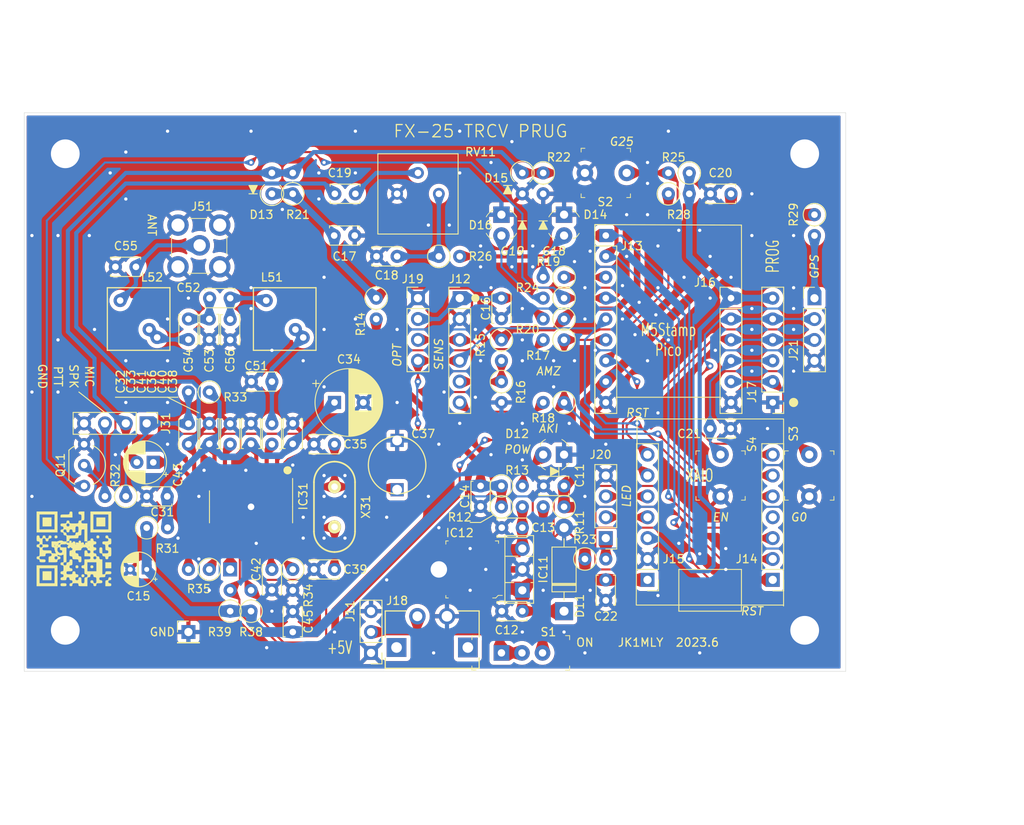
<source format=kicad_pcb>
(kicad_pcb (version 20221018) (generator pcbnew)
  (layers (0 "F.Cu" signal) (31 "B.Cu" signal) (34 "B.Paste" user) (35 "F.Paste" user) (36 "B.SilkS" user "B.Silkscreen") (37 "F.SilkS" user "F.Silkscreen") (38 "B.Mask" user) (39 "F.Mask" user) (44 "Edge.Cuts" user))
  (net 0 "")
  (net 1 "GND")
  (net 2 "+5V")
  (net 3 "/cpu/+5VIN")
  (net 4 "/cpu/+3.3V-REG")
  (net 5 "+3V3")
  (net 6 "/cpu/LMT_3.3V")
  (net 7 "Net-(C18-Pad1)")
  (net 8 "TNC_OUT")
  (net 9 "Net-(C19-Pad1)")
  (net 10 "/trx/+3.3V-TR")
  (net 11 "Net-(J12-Pin_1)")
  (net 12 "Net-(IC31-XI)")
  (net 13 "Net-(IC31-XO)")
  (net 14 "Net-(IC31-ANT)")
  (net 15 "Net-(IC31-AUDC)")
  (net 16 "Net-(C43-Pad1)")
  (net 17 "Net-(IC31-CDVDD)")
  (net 18 "/cpu/M5_P18")
  (net 19 "Net-(D12-A)")
  (net 20 "Net-(D14-A)")
  (net 21 "M5_SDA")
  (net 22 "M5_SCL")
  (net 23 "Net-(D16-A)")
  (net 24 "Net-(IC31-EAROP)")
  (net 25 "Net-(IC31-EARON)")
  (net 27 "Net-(IC31-SQ)")
  (net 28 "/cpu/M5_IO0")
  (net 29 "/cpu/M5_EN")
  (net 30 "/cpu/M5_RXD")
  (net 31 "/cpu/M5_TXD")
  (net 32 "/trx/MIC")
  (net 33 "Net-(J11-Pin_2)")
  (net 34 "Net-(J12-Pin_3)")
  (net 35 "Net-(J12-Pin_5)")
  (net 36 "Net-(J12-Pin_6)")
  (net 39 "TNC_PTT")
  (net 40 "Net-(C40-Pad2)")
  (net 41 "Net-(C52-Pad1)")
  (net 42 "Net-(J51-S)")
  (net 43 "Net-(C52-Pad2)")
  (net 44 "Net-(C54-Pad2)")
  (net 45 "M5_ADC")
  (net 46 "M5_DAC")
  (net 47 "TNC_LED")
  (net 48 "Net-(J15-Pin_3)")
  (net 49 "Net-(J15-Pin_4)")
  (net 50 "Net-(J15-Pin_5)")
  (net 51 "/cpu/M5_P25")
  (net 52 "Net-(J20-Pin_1)")
  (net 53 "Net-(J21-Pin_1)")
  (net 54 "/cpu/M5_P19")
  (footprint "Capacitor_THT:C_Disc_D3.4mm_W2.1mm_P2.50mm" (layer "F.Cu") (at 96.52 93.98 180)
    (fp_text reference "C12")
    (fp_text value "0.1u")
  )
  (footprint "Capacitor_THT:C_Disc_D3.4mm_W2.1mm_P2.50mm" (layer "F.Cu") (at 93.98 55.88 -90)
    (fp_text reference "C16")
    (fp_text value "0.1u")
  )
  (footprint "Capacitor_THT:C_Disc_D3.4mm_W2.1mm_P2.50mm" (layer "F.Cu") (at 81.28 50.8 180)
    (fp_text reference "C18")
    (fp_text value "1000p")
  )
  (footprint "Capacitor_THT:C_Disc_D3.4mm_W2.1mm_P2.50mm" (layer "F.Cu") (at 53.3 80.01 180)
    (fp_text reference "C31")
    (fp_text value "0.1u")
  )
  (footprint "Capacitor_THT:C_Disc_D3.4mm_W2.1mm_P2.50mm" (layer "F.Cu") (at 55.88 73.66 90)
    (fp_text reference "C32")
    (fp_text value "NM")
  )
  (footprint "Capacitor_THT:C_Disc_D3.4mm_W2.1mm_P2.50mm" (layer "F.Cu") (at 58.42 71.12 -90)
    (fp_text reference "C33")
    (fp_text value "1u")
  )
  (footprint "Capacitor_THT:C_Disc_D3.4mm_W2.1mm_P2.50mm" (layer "F.Cu") (at 73.66 73.66 180)
    (fp_text reference "C35")
    (fp_text value "22p")
  )
  (footprint "Capacitor_THT:C_Disc_D3.4mm_W2.1mm_P2.50mm" (layer "F.Cu") (at 68.58 71.12 -90)
    (fp_text reference "C38")
    (fp_text value "0.1u")
  )
  (footprint "Capacitor_THT:C_Disc_D3.4mm_W2.1mm_P2.50mm" (layer "F.Cu") (at 73.66 88.9 180)
    (fp_text reference "C39")
    (fp_text value "33p")
  )
  (footprint "Capacitor_THT:C_Disc_D3.4mm_W2.1mm_P2.50mm" (layer "F.Cu") (at 66.04 73.66 90)
    (fp_text reference "C40")
    (fp_text value "1000p")
  )
  (footprint "Capacitor_THT:C_Disc_D3.4mm_W2.1mm_P2.50mm" (layer "F.Cu") (at 66.04 88.9 -90)
    (fp_text reference "C42")
    (fp_text value "1u")
  )
  (footprint "Diode_THT:D_DO-41_SOD81_P10.16mm_Horizontal" (layer "F.Cu") (at 101.6 93.98 90)
    (fp_text reference "D11")
    (fp_text value "1N4007")
  )
  (footprint "Diode_THT:D_A-405_P2.54mm_Vertical_AnodeUp" (layer "F.Cu") (at 66.04 43.18 90)
    (fp_text reference "D13")
    (fp_text value "1SS178")
  )
  (footprint "Package_SO:SO-16_3.9x9.9mm_P1.27mm" (layer "F.Cu") (at 63.5 81.28 -90)
    (fp_text reference "IC31")
    (fp_text value "BK4802P")
  )
  (footprint "Connector_PinHeader_2.54mm:PinHeader_1x03_P2.54mm_Vertical" (layer "F.Cu") (at 78.105 99.06 180)
    (fp_text reference "J11")
    (fp_text value "Conn_01x03")
  )
  (footprint "UserLib:PinHeader_1x09_P2.54mm_Vertical" (layer "F.Cu") (at 106.68 48.26)
    (fp_text reference "J13")
    (fp_text value "Conn_01x09_Female")
  )
  (footprint "UserLib:PinHeader_1x06_P2.54mm_Vertical" (layer "F.Cu") (at 121.92 55.88)
    (fp_text reference "J16")
    (fp_text value "Conn_01x06_Female")
  )
  (footprint "Connector_PinHeader_2.54mm:PinHeader_1x04_P2.54mm_Vertical" (layer "F.Cu") (at 50.8 71.12 -90)
    (fp_text reference "J31")
    (fp_text value "NM")
  )
  (footprint "Package_TO_SOT_THT:TO-92_Inline_Wide" (layer "F.Cu") (at 43.18 73.66 -90)
    (fp_text reference "Q11")
    (fp_text value "NM(DTC114E)")
  )
  (footprint "Resistor_THT:R_Axial_DIN0207_L6.3mm_D2.5mm_P2.54mm_Vertical" (layer "F.Cu") (at 93.98 60.96 -90)
    (fp_text reference "R15")
    (fp_text value "NM")
  )
  (footprint "Resistor_THT:R_Axial_DIN0207_L6.3mm_D2.5mm_P2.54mm_Vertical" (layer "F.Cu") (at 93.98 66.04 -90)
    (fp_text reference "R16")
    (fp_text value "NM")
  )
  (footprint "Resistor_THT:R_Axial_DIN0207_L6.3mm_D2.5mm_P2.54mm_Vertical" (layer "F.Cu") (at 101.6 60.96 180)
    (fp_text reference "R17")
    (fp_text value "NM")
  )
  (footprint "Resistor_THT:R_Axial_DIN0207_L6.3mm_D2.5mm_P2.54mm_Vertical" (layer "F.Cu") (at 101.6 68.58 180)
    (fp_text reference "R18")
    (fp_text value "0")
  )
  (footprint "Resistor_THT:R_Axial_DIN0207_L6.3mm_D2.5mm_P2.54mm_Vertical" (layer "F.Cu") (at 101.6 53.34 180)
    (fp_text reference "R19")
    (fp_text value "2.2k")
  )
  (footprint "Resistor_THT:R_Axial_DIN0207_L6.3mm_D2.5mm_P2.54mm_Vertical" (layer "F.Cu") (at 68.579 43.18 90)
    (fp_text reference "R21")
    (fp_text value "100k")
  )
  (footprint "Resistor_THT:R_Axial_DIN0207_L6.3mm_D2.5mm_P2.54mm_Vertical" (layer "F.Cu") (at 99.06 40.64 -90)
    (fp_text reference "R22")
    (fp_text value "22k")
  )
  (footprint "Resistor_THT:R_Axial_DIN0207_L6.3mm_D2.5mm_P2.54mm_Vertical" (layer "F.Cu") (at 101.6 55.88 180)
    (fp_text reference "R24")
    (fp_text value "4.7k")
  )
  (footprint "Resistor_THT:R_Axial_DIN0207_L6.3mm_D2.5mm_P2.54mm_Vertical" (layer "F.Cu") (at 86.36 50.8)
    (fp_text reference "R26")
    (fp_text value "10k")
  )
  (footprint "Resistor_THT:R_Axial_DIN0207_L6.3mm_D2.5mm_P2.54mm_Vertical" (layer "F.Cu") (at 50.8 83.82)
    (fp_text reference "R31")
    (fp_text value "0")
  )
  (footprint "Resistor_THT:R_Axial_DIN0207_L6.3mm_D2.5mm_P2.54mm_Vertical" (layer "F.Cu") (at 58.419293 67.309293 180)
    (fp_text reference "R33")
    (fp_text value "NM")
  )
  (footprint "Resistor_THT:R_Axial_DIN0207_L6.3mm_D2.5mm_P2.54mm_Vertical" (layer "F.Cu") (at 68.58 88.9 -90)
    (fp_text reference "R34")
    (fp_text value "NM")
  )
  (footprint "Resistor_THT:R_Axial_DIN0207_L6.3mm_D2.5mm_P2.54mm_Vertical" (layer "F.Cu") (at 58.42 88.9 180)
    (fp_text reference "R35")
    (fp_text value "10")
  )
  (footprint "Potentiometer_THT:Potentiometer_Bourns_3386P_Vertical" (layer "F.Cu") (at 86.36 43.18 90)
    (fp_text reference "RV11")
    (fp_text value "2k")
  )
  (footprint "digikey-footprints:Switch_Slide_11.6x4mm_EG1218" (layer "F.Cu") (at 93.98 99.06)
    (fp_text reference "S1")
    (fp_text value "SW_SPDT")
  )
  (footprint "usr-Library:Switch_2P" (layer "F.Cu") (at 106.68 40.64 180)
    (fp_text reference "S2")
    (fp_text value "SW_Push")
  )
  (footprint "usr-Library:Switch_2P" (layer "F.Cu") (at 131.445 77.47 -90)
    (fp_text reference "S3")
    (fp_text value "NM")
  )
  (footprint "MountingHole:MountingHole_3.5mm_Pad" (layer "F.Cu") (at 40.89 38.31)
    (fp_text reference "TP2" hide)
    (fp_text value "M3")
  )
  (footprint "MountingHole:MountingHole_3.5mm_Pad" (layer "F.Cu") (at 130.89 38.31)
    (fp_text reference "TP3" hide)
    (fp_text value "M3")
  )
  (footprint "MountingHole:MountingHole_3.5mm_Pad" (layer "F.Cu") (at 40.89 96.31)
    (fp_text reference "TP4" hide)
    (fp_text value "M3")
  )
  (footprint "MountingHole:MountingHole_3.5mm_Pad" (layer "F.Cu") (at 130.89 96.31)
    (fp_text reference "TP5" hide)
    (fp_text value "M3")
  )
  (footprint "Package_TO_SOT_THT:TO-126-3_Vertical" (layer "F.Cu") (at 96.52 91.44 90)
    (fp_text reference "IC11")
    (fp_text value "NM(TO220)")
  )
  (footprint "digikey-footprints:TO-252-3" (layer "F.Cu") (at 90.72 88.9 180)
    (fp_text reference "IC12")
    (fp_text value "NJM2845DL1-33")
  )
  (footprint "UserLib:HC49" (layer "F.Cu") (at 73.66 81.28 -90)
    (fp_text reference "X31")
    (fp_text value "Crystal" hide)
  )
  (footprint "usr-Library:PinHeader_1x01" (layer "F.Cu") (at 60.96 88.9 -90)
    (fp_text reference "TP31" hide)
    (fp_text value "NM")
  )
  (footprint "Capacitor_THT:C_Disc_D3.4mm_W2.1mm_P2.50mm" (layer "F.Cu") (at 63.5 71.12 -90)
    (fp_text reference "C36")
    (fp_text value "0.1u")
  )
  (footprint "Capacitor_THT:C_Disc_D3.4mm_W2.1mm_P2.50mm" (layer "F.Cu") (at 60.96 73.66 90)
    (fp_text reference "C41")
    (fp_text value "1u")
  )
  (footprint "Capacitor_THT:CP_Radial_D5.0mm_P2.00mm" (layer "F.Cu") (at 51.599293 75.868507 180)
    (fp_text reference "C43")
    (fp_text value "10u")
  )
  (footprint "Resistor_THT:R_Axial_DIN0207_L6.3mm_D2.5mm_P2.54mm_Vertical" (layer "F.Cu") (at 101.6 58.42 180)
    (fp_text reference "R20")
    (fp_text value "0")
  )
  (footprint "Capacitor_THT:C_Disc_D3.4mm_W2.1mm_P2.50mm" (layer "F.Cu") (at 91.44 78.74 -90)
    (fp_text reference "C14")
    (fp_text value "0.1u")
  )
  (footprint "Capacitor_THT:C_Disc_D3.4mm_W2.1mm_P2.50mm" (layer "F.Cu") (at 76.2 43.18 180)
    (fp_text reference "C19")
    (fp_text value "1u")
  )
  (footprint "Resistor_THT:R_Axial_DIN0207_L6.3mm_D2.5mm_P2.54mm_Vertical" (layer "F.Cu") (at 78.74 55.88 -90)
    (fp_text reference "R14")
    (fp_text value "NM")
  )
  (footprint "Connector_PinHeader_2.54mm:PinHeader_1x06_P2.54mm_Vertical" (layer "F.Cu") (at 88.9 55.88)
    (fp_text reference "J12")
    (fp_text value "Conn_01x06_Female")
  )
  (footprint "UserLib:C_TRIM_P6.00mm" (layer "F.Cu") (at 81.28 76.2 90)
    (fp_text reference "C37")
    (fp_text value "10p")
  )
  (footprint "Capacitor_THT:CP_Radial_D4.0mm_P2.00mm" (layer "F.Cu") (at 50.8 88.9 180)
    (fp_text reference "C15")
    (fp_text value "100u")
  )
  (footprint "Connector_PinHeader_2.54mm:PinHeader_1x01_P2.54mm_Vertical" (layer "F.Cu") (at 55.88 96.52)
    (fp_text reference "TP1" hide)
    (fp_text value "GND")
  )
  (footprint "Diode_THT:D_A-405_P2.54mm_Vertical_AnodeUp" (layer "F.Cu") (at 96.52 40.64 -90)
    (fp_text reference "D15")
    (fp_text value "1SS178")
  )
  (footprint "Capacitor_THT:C_Disc_D3.4mm_W2.1mm_P2.50mm" (layer "F.Cu") (at 73.62 48.26)
    (fp_text reference "C17")
    (fp_text value "0.1u")
  )
  (footprint "Capacitor_THT:CP_Radial_D8.0mm_P3.50mm" (layer "F.Cu") (at 73.66 68.58)
    (fp_text reference "C34")
    (fp_text value "470u")
  )
  (footprint "Resistor_THT:R_Axial_DIN0207_L6.3mm_D2.5mm_P2.54mm_Vertical" (layer "F.Cu") (at 114.3 43.18)
    (fp_text reference "R28")
    (fp_text value "0")
  )
  (footprint "Capacitor_THT:C_Disc_D3.4mm_W2.1mm_P2.50mm" (layer "F.Cu") (at 121.92 43.18 180)
    (fp_text reference "C20")
    (fp_text value "0.1u")
  )
  (footprint "digikey-footprints:LED_3mm_Radial" (layer "F.Cu") (at 93.98 48.26 -90)
    (fp_text reference "D16")
    (fp_text value "LED-R")
  )
  (footprint "digikey-footprints:LED_3mm_Radial" (layer "F.Cu") (at 101.6 48.26 -90)
    (fp_text reference "D14")
    (fp_text value "LED-Y")
  )
  (footprint "Resistor_THT:R_Axial_DIN0207_L6.3mm_D2.5mm_P2.54mm_Vertical" (layer "F.Cu") (at 48.26 80.01 180)
    (fp_text reference "R32")
    (fp_text value "NM")
  )
  (footprint "Capacitor_THT:C_Disc_D3.4mm_W2.1mm_P2.50mm" (layer "F.Cu") (at 96.52 83.82 180)
    (fp_text reference "C13")
    (fp_text value "0.1u")
  )
  (footprint "Resistor_THT:R_Axial_DIN0207_L6.3mm_D2.5mm_P2.54mm_Vertical" (layer "F.Cu") (at 101.6 81.28 180)
    (fp_text reference "R11")
    (fp_text value "0")
  )
  (footprint "Resistor_THT:R_Axial_DIN0207_L6.3mm_D2.5mm_P2.54mm_Vertical" (layer "F.Cu") (at 93.98 81.28)
    (fp_text reference "R12")
    (fp_text value "0")
  )
  (footprint "Resistor_THT:R_Axial_DIN0207_L6.3mm_D2.5mm_P2.54mm_Vertical" (layer "F.Cu") (at 93.98 78.74)
    (fp_text reference "R13")
    (fp_text value "10k")
  )
  (footprint "digikey-footprints:LED_3mm_Radial" (layer "F.Cu") (at 99.06 74.93 180)
    (fp_text reference "D12")
    (fp_text value "LED-G")
  )
  (footprint "Capacitor_THT:C_Disc_D3.4mm_W2.1mm_P2.50mm" (layer "F.Cu") (at 101.6 78.74 180)
    (fp_text reference "C11")
    (fp_text value "0.1u")
  )
  (footprint "Capacitor_THT:C_Disc_D3.4mm_W2.1mm_P2.50mm" (layer "F.Cu") (at 66.04 66.04 180)
    (fp_text reference "C51")
    (fp_text value "10p")
  )
  (footprint "" (layer "F.Cu") (at 50.8 59.69)
    (fp_text reference "")
    (fp_text value "")
  )
  (footprint "Connector_PinHeader_2.54mm:PinHeader_1x04_P2.54mm_Vertical" (layer "F.Cu") (at 83.82 55.88)
    (fp_text reference "J19")
    (fp_text value "Conn_01x04_Socket")
  )
  (footprint "Connector_PinHeader_2.54mm:PinHeader_1x07_P2.54mm_Vertical" (layer "F.Cu") (at 111.76 90.17 180)
    (fp_text reference "J15")
    (fp_text value "Conn_01x07_Socket")
  )
  (footprint "Capacitor_THT:C_Disc_D3.4mm_W2.1mm_P2.50mm" (layer "F.Cu") (at 119.38 71.755)
    (fp_text reference "C21")
    (fp_text value "NM")
  )
  (footprint "Connector_PinHeader_2.54mm:PinHeader_1x07_P2.54mm_Vertical" (layer "F.Cu") (at 127 90.17 180)
    (fp_text reference "J14")
    (fp_text value "Conn_01x07_Socket")
  )
  (footprint "UserLib:USB_C_POW" (layer "F.Cu") (at 85.55 98.4)
    (fp_text reference "J18")
    (fp_text value "USB_C_POW")
  )
  (footprint "Capacitor_THT:C_Disc_D3.4mm_W2.1mm_P2.50mm" (layer "F.Cu") (at 55.88 58.42 -90)
    (fp_text reference "C54")
    (fp_text value "22p")
  )
  (footprint "Resistor_THT:R_Axial_DIN0207_L6.3mm_D2.5mm_P2.54mm_Vertical" (layer "F.Cu") (at 63.5 93.98 90)
    (fp_text reference "R38")
    (fp_text value "3.3k")
  )
  (footprint "Resistor_THT:R_Axial_DIN0207_L6.3mm_D2.5mm_P2.54mm_Vertical" (layer "F.Cu") (at 104.14 87.63)
    (fp_text reference "R23")
    (fp_text value "NM")
  )
  (footprint "usr-Library:coil3_7mm" (layer "F.Cu") (at 49.82 58.42 180)
    (fp_text reference "L52")
    (fp_text value "20n")
  )
  (footprint "Connector_PinHeader_2.54mm:PinHeader_1x04_P2.54mm_Vertical" (layer "F.Cu") (at 106.678 85.09 180)
    (fp_text reference "J20")
    (fp_text value "Conn_01x04_Socket")
  )
  (footprint "UserLib:PinHeader_1x06_P2.54mm_Vertical" (layer "F.Cu") (at 127 68.58 180)
    (fp_text reference "J17")
    (fp_text value "Conn_01x06_Female")
  )
  (footprint "Resistor_THT:R_Axial_DIN0207_L6.3mm_D2.5mm_P2.54mm_Vertical" (layer "F.Cu") (at 60.96 93.98 90)
    (fp_text reference "R39")
    (fp_text value "3.3k")
  )
  (footprint "LOGO" (layer "F.Cu") (at 41.91 86.36)
    (fp_text reference "G***")
    (fp_text value "LOGO" hide)
  )
  (footprint "Resistor_THT:R_Axial_DIN0207_L6.3mm_D2.5mm_P2.54mm_Vertical" (layer "F.Cu") (at 116.84 40.64 180)
    (fp_text reference "R25")
    (fp_text value "10k")
  )
  (footprint "digikey-footprints:RF_SMA_Vertical_5-1814832-1" (layer "F.Cu") (at 57.15 49.53)
    (fp_text reference "J51")
    (fp_text value "Conn_Coaxial")
  )
  (footprint "Connector_PinHeader_2.54mm:PinHeader_1x04_P2.54mm_Vertical" (layer "F.Cu") (at 132.08 55.89)
    (fp_text reference "J21")
    (fp_text value "Conn_01x04_Socket")
  )
  (footprint "" (layer "F.Cu") (at 68.58 59.69)
    (fp_text reference "")
    (fp_text value "")
  )
  (footprint "Resistor_THT:R_Axial_DIN0207_L6.3mm_D2.5mm_P2.54mm_Vertical" (layer "F.Cu") (at 132.08 45.72 -90)
    (fp_text reference "R29")
    (fp_text value "NM")
  )
  (footprint "Capacitor_THT:C_Disc_D3.4mm_W2.1mm_P2.50mm" (layer "F.Cu") (at 68.58 96.52 90)
    (fp_text reference "C45")
    (fp_text value "0.1u")
  )
  (footprint "Capacitor_THT:C_Disc_D3.4mm_W2.1mm_P2.50mm" (layer "F.Cu") (at 58.42 60.92 90)
    (fp_text reference "C53")
    (fp_text value "18p")
  )
  (footprint "Capacitor_THT:C_Disc_D3.4mm_W2.1mm_P2.50mm" (layer "F.Cu") (at 49.49 52.07 180)
    (fp_text reference "C55")
    (fp_text value "10p")
  )
  (footprint "usr-Library:coil3_7mm" (layer "F.Cu") (at 67.6 58.42 180)
    (fp_text reference "L51")
    (fp_text value "20n")
  )
  (footprint "usr-Library:Switch_2P" (layer "F.Cu") (at 120.65 77.47 -90)
    (fp_text reference "S4")
    (fp_text value "NM")
  )
  (footprint "Capacitor_THT:C_Disc_D3.4mm_W2.1mm_P2.50mm" (layer "F.Cu") (at 60.96 55.88 180)
    (fp_text reference "C52")
    (fp_text value "22p")
  )
  (footprint "Capacitor_THT:C_Disc_D3.4mm_W2.1mm_P2.50mm" (layer "F.Cu") (at 60.96 58.46 -90)
    (fp_text reference "C56")
    (fp_text value "NM")
  )
  (footprint "Capacitor_THT:C_Disc_D3.4mm_W2.1mm_P2.50mm" (layer "F.Cu") (at 106.68 90.17 -90)
    (fp_text reference "C22")
    (fp_text value "0.1u")
  )
  (gr_line (start 53.34 67.945) (end 57.15 69.85) (stroke (width 0.12)) (layer "F.SilkS"))
  (gr_line (start 123.19 88.9) (end 115.57 88.9) (stroke (width 0.12)) (layer "F.SilkS"))
  (gr_line (start 96.012 46.482) (end 97.028 46.482) (stroke (width 0.12)) (layer "F.SilkS"))
  (gr_line (start 115.57 93.98) (end 123.19 93.98) (stroke (width 0.12)) (layer "F.SilkS"))
  (gr_line (start 123.19 93.98) (end 123.19 88.9) (stroke (width 0.12)) (layer "F.SilkS"))
  (gr_poly (pts (xy 63.246 42.164) (xy 64.262 42.164) (xy 63.754 43.18)) (stroke (width 0.12)) (fill solid) (layer "F.SilkS"))
  (gr_line (start 64.262 43.18) (end 63.246 43.18) (stroke (width 0.12)) (layer "F.SilkS"))
  (gr_line (start 105.35 46.93) (end 123.19 46.99) (stroke (width 0.12)) (layer "F.SilkS"))
  (gr_line (start 94.234 42.164) (end 95.25 42.164) (stroke (width 0.12)) (layer "F.SilkS"))
  (gr_line (start 42.545 67.31) (end 45.69 69.79) (stroke (width 0.12)) (layer "F.SilkS"))
  (gr_line (start 98.552 46.482) (end 99.568 46.482) (stroke (width 0.12)) (layer "F.SilkS"))
  (gr_poly (pts (xy 99.568 47.498) (xy 98.552 47.498) (xy 99.06 46.482)) (stroke (width 0.12)) (fill solid) (layer "F.SilkS"))
  (gr_line (start 92.964 82.296) (end 91.44 83.185) (stroke (width 0.12)) (layer "F.SilkS"))
  (gr_circle (center 129.54 68.58) (end 130.04 68.58) (stroke (width 0.12)) (fill solid) (layer "F.SilkS"))
  (gr_line (start 128.32 93.345) (end 128.32 70.585) (stroke (width 0.12)) (layer "F.SilkS"))
  (gr_line (start 100.965 76.454) (end 100.965 77.47) (stroke (width 0.12)) (layer "F.SilkS"))
  (gr_line (start 110.44 93.24) (end 128.32 93.24) (stroke (width 0.12)) (layer "F.SilkS"))
  (gr_circle (center 67.945 76.835) (end 68.195 76.835) (stroke (width 0.5)) (fill none) (layer "F.SilkS"))
  (gr_line (start 115.57 88.9) (end 115.57 93.98) (stroke (width 0.12)) (layer "F.SilkS"))
  (gr_circle (center 90.805 55.88) (end 91.055 55.88) (stroke (width 0.5)) (fill none) (layer "F.SilkS"))
  (gr_line (start 46.99 67.945) (end 54.61 67.945) (stroke (width 0.12)) (layer "F.SilkS"))
  (gr_poly (pts (xy 97.028 47.498) (xy 96.012 47.498) (xy 96.52 46.482)) (stroke (width 0.12)) (fill solid) (layer "F.SilkS"))
  (gr_line (start 91.44 83.185) (end 90.17 83.185) (stroke (width 0.12)) (layer "F.SilkS"))
  (gr_line (start 123.19 46.99) (end 123.25 69.91) (stroke (width 0.12)) (layer "F.SilkS"))
  (gr_line (start 105.35 46.93) (end 105.35 69.91) (stroke (width 0.12)) (layer "F.SilkS"))
  (gr_poly (pts (xy 99.949 77.47) (xy 99.949 76.454) (xy 100.965 76.962)) (stroke (width 0.12)) (fill solid) (layer "F.SilkS"))
  (gr_poly (pts (xy 95.25 43.18) (xy 94.234 43.18) (xy 94.742 42.164)) (stroke (width 0.12)) (fill solid) (layer "F.SilkS"))
  (gr_line (start 120.65 67.945) (end 107.95 67.945) (stroke (width 0.12)) (layer "F.SilkS"))
  (gr_line (start 110.49 70.585) (end 128.27 70.585) (stroke (width 0.12)) (layer "F.SilkS"))
  (gr_line (start 110.49 70.585) (end 110.39 93.24) (stroke (width 0.12)) (layer "F.SilkS"))
  (gr_line (start 135.89 33.31) (end 135.89 101.31) (stroke (width 0.05)) (layer "Edge.Cuts"))
  (gr_line (start 35.89 33.31) (end 35.89 101.31) (stroke (width 0.05)) (layer "Edge.Cuts"))
  (gr_line (start 35.89 33.31) (end 135.89 33.31) (stroke (width 0.05)) (layer "Edge.Cuts"))
  (gr_line (start 135.89 101.31) (end 35.89 101.31) (stroke (width 0.05)) (layer "Edge.Cuts"))
  (gr_text "XAIO" (at 118.11 77.47) (layer "F.SilkS") (effects (font (size 1.5 1))))
  (gr_text "SENS" (at 86.36 62.738 90) (layer "F.SilkS") (effects (font (size 1 1) (thickness 0.15) italic)))
  (gr_text "POW" (at 95.885 74.295) (layer "F.SilkS") (effects (font (size 1 1) (thickness 0.15) italic)))
  (gr_text "G25" (at 108.585 36.83) (layer "F.SilkS") (effects (font (size 1 1) (thickness 0.15) italic)))
  (gr_text "LED" (at 109.22 80.01 90) (layer "F.SilkS") (effects (font (size 1 1) (thickness 0.15) italic)))
  (gr_text "ON" (at 104.14 97.79) (layer "F.SilkS") (effects (font (size 1 1))))
  (gr_text "OPT" (at 81.28 62.865 90) (layer "F.SilkS") (effects (font (size 1 1) (thickness 0.15) italic)))
  (gr_text "MIC" (at 43.815 65.405 -90) (layer "F.SilkS") (effects (font (size 1 1))))
  (gr_text "JK1MLY  2023.6" (at 114.3 97.79) (layer "F.SilkS") (effects (font (size 1 1))))
  (gr_text "G0" (at 130.175 82.55) (layer "F.SilkS") (effects (font (size 1 1) (thickness 0.15) italic)))
  (gr_text "M5Stamp\nPico" (at 114.3 60.96) (layer "F.SilkS") (effects (font (size 1.5 1))))
  (gr_text "PTT" (at 40.005 65.405 -90) (layer "F.SilkS") (effects (font (size 1 1))))
  (gr_text "EN" (at 120.65 82.55) (layer "F.SilkS") (effects (font (size 1 1) (thickness 0.15) italic)))
  (gr_text "GPS" (at 132.08 52.07 90) (layer "F.SilkS") (effects (font (size 1 1) (thickness 0.15) italic)))
  (gr_text "RST" (at 124.46 93.98) (layer "F.SilkS") (effects (font (size 1 1) (thickness 0.15) italic)))
  (gr_text "AMZ" (at 99.695 64.77) (layer "F.SilkS") (effects (font (size 1 1) (thickness 0.15) italic)))
  (gr_text "+5V" (at 74.295 98.425) (layer "F.SilkS") (effects (font (size 1.5 1))))
  (gr_text "AKI" (at 99.695 71.755) (layer "F.SilkS") (effects (font (size 1 1) (thickness 0.15) italic)))
  (gr_text "SPK" (at 41.91 65.405 -90) (layer "F.SilkS") (effects (font (size 1 1))))
  (gr_text "FX-25 TRCV PRUG" (at 91.44 35.56) (layer "F.SilkS") (effects (font (size 1.5 1.5))))
  (gr_text "G18" (at 100.33 50.165) (layer "F.SilkS") (effects (font (size 1 1) (thickness 0.15) italic)))
  (gr_text "ANT" (at 51.435 46.99 -90) (layer "F.SilkS") (effects (font (size 1 1))))
  (gr_text "PROG" (at 127 50.8 90) (layer "F.SilkS") (effects (font (size 1.5 1))))
  (gr_text "RST" (at 110.49 69.85) (layer "F.SilkS") (effects (font (size 1 1) (thickness 0.15) italic)))
  (gr_text "GND" (at 38.1 65.405 -90) (layer "F.SilkS") (effects (font (size 1 1))))
  (gr_text "G19" (at 95.25 50.165) (layer "F.SilkS") (effects (font (size 1 1) (thickness 0.15) italic)))
  (segment (start 62.865 76.835) (end 62.23 76.2) (width 0.8) (layer "F.Cu") (net 1))
  (segment (start 97.79 54.61) (end 104.14 54.61) (width 0.25) (layer "F.Cu") (net 1))
  (segment (start 119.38 58.42) (end 119.38 55.88) (width 0.25) (layer "F.Cu") (net 1))
  (segment (start 125.675 76.255) (end 125.73 76.2) (width 0.25) (layer "F.Cu") (net 1))
  (segment (start 105.41 78.74) (end 115.57 78.74) (width 0.25) (layer "F.Cu") (net 1))
  (segment (start 105.41 81.28) (end 105.41 83.82) (width 0.25) (layer "F.Cu") (net 1))
  (segment (start 121.285 86.36) (end 129.54 86.36) (width 0.25) (layer "F.Cu") (net 1))
  (segment (start 131.445 80.01) (end 129.54 78.105) (width 0.25) (layer "F.Cu") (net 1))
  (segment (start 64.135 85.725) (end 64.135 89.444999) (width 0.25) (layer "F.Cu") (net 1))
  (segment (start 122.555 76.2) (end 121.92 76.835) (width 0.25) (layer "F.Cu") (net 1))
  (segment (start 87.63 59.69) (end 81.28 59.69) (width 0.25) (layer "F.Cu") (net 1))
  (segment (start 123.19 76.2) (end 122.555 76.2) (width 0.25) (layer "F.Cu") (net 1))
  (segment (start 113.665 81.28) (end 105.41 81.28) (width 0.25) (layer "F.Cu") (net 1))
  (segment (start 129.54 76.2) (end 123.19 76.2) (width 0.25) (layer "F.Cu") (net 1))
  (segment (start 95.25 82.59) (end 94.02 83.82) (width 0.25) (layer "F.Cu") (net 1))
  (segment (start 102.87 91.44) (end 99.06 91.44) (width 0.25) (layer "F.Cu") (net 1))
  (segment (start 95.25 76.835) (end 95.25 82.59) (width 0.25) (layer "F.Cu") (net 1))
  (segment (start 102.87 70.485) (end 102.235 71.12) (width 0.25) (layer "F.Cu") (net 1))
  (segment (start 107.95 54.61) (end 108.204 54.356) (width 0.25) (layer "F.Cu") (net 1))
  (segment (start 90.17 67.31) (end 86.995 67.31) (width 0.25) (layer "F.Cu") (net 1))
  (segment (start 104.14 80.01) (end 105.41 78.74) (width 0.25) (layer "F.Cu") (net 1))
  (segment (start 102.87 63.5) (end 102.87 70.485) (width 0.25) (layer "F.Cu") (net 1))
  (segment (start 76.2 40.64) (end 72.39 40.64) (width 0.25) (layer "F.Cu") (net 1))
  (segment (start 129.54 86.36) (end 129.54 81.915) (width 0.25) (layer "F.Cu") (net 1))
  (segment (start 105.41 52.07) (end 104.775 51.435) (width 0.25) (layer "F.Cu") (net 1))
  (segment (start 71.755 40.005) (end 71.12 39.37) (width 0.25) (layer "F.Cu") (net 1))
  (segment (start 129.54 78.105) (end 129.54 76.2) (width 0.25) (layer "F.Cu") (net 1))
  (segment (start 54.61 72.39) (end 69.89 72.39) (width 0.25) (layer "F.Cu") (net 1))
  (segment (start 105.41 83.82) (end 105.41 88.9) (width 0.25) (layer "F.Cu") (net 1))
  (segment (start 124.46 64.77) (end 120.65 64.77) (width 0.25) (layer "F.Cu") (net 1))
  (segment (start 102.87 85.09) (end 102.87 91.44) (width 0.25) (layer "F.Cu") (net 1))
  (segment (start 69.89 90.17) (end 71.16 88.9) (width 0.25) (layer "F.Cu") (net 1))
  (segment (start 119.38 56.515) (end 119.38 55.88) (width 0.25) (layer "F.Cu") (net 1))
  (segment (start 91.44 63.5) (end 90.17 64.77) (width 0.25) (layer "F.Cu") (net 1))
  (segment (start 101.6 83.82) (end 102.87 85.09) (width 0.25) (layer "F.Cu") (net 1))
  (segment (start 64.135 89.444999) (end 64.860001 90.17) (width 0.25) (layer "F.Cu") (net 1))
  (segment (start 96.52 88.9) (end 98.044 87.376) (width 0.25) (layer "F.Cu") (net 1))
  (segment (start 105.41 52.07) (end 107.95 52.07) (width 0.25) (layer "F.Cu") (net 1))
  (segment (start 81.28 59.69) (end 81.28 61.595) (width 0.25) (layer "F.Cu") (net 1))
  (segment (start 62.865 80.645) (end 63.5 81.28) (width 0.8) (layer "F.Cu") (net 1))
  (segment (start 108.204 54.356) (end 108.712 54.356) (width 0.25) (layer "F.Cu") (net 1))
  (segment (start 124.46 59.69) (end 129.54 59.69) (width 0.25) (layer "F.Cu") (net 1))
  (segment (start 72.39 40.64) (end 71.755 40.64) (width 0.25) (layer "F.Cu") (net 1))
  (segment (start 64.860001 90.17) (end 69.89 90.17) (width 0.25) (layer "F.Cu") (net 1))
  (segment (start 96.52 75.565) (end 95.25 76.835) (width 0.25) (layer "F.Cu") (net 1))
  (segment (start 98.044 87.376) (end 98.044 82.804) (width 0.25) (layer "F.Cu") (net 1))
  (segment (start 67.31 39.37) (end 67.31 45.085) (width 0.25) (layer "F.Cu") (net 1))
  (segment (start 71.755 40.64) (end 71.755 40.005) (width 0.25) (layer "F.Cu") (net 1))
  (segment (start 115.57 78.74) (end 115.697 78.867) (width 0.25) (layer "F.Cu") (net 1))
  (segment (start 108.712 52.832) (end 108.712 54.356) (width 0.25) (layer "F.Cu") (net 1))
  (segment (start 113.665 83.82) (end 115.57 85.725) (width 0.25) (layer "F.Cu") (net 1))
  (segment (start 69.89 72.39) (end 71.16 73.66) (width 0.25) (layer "F.Cu") (net 1))
  (segment (start 100.33 90.17) (end 100.33 85.09) (width 0.25) (layer "F.Cu") (net 1))
  (segment (start 98.044 82.804) (end 97.79 82.55) (width 0.25) (layer "F.Cu") (net 1))
  (segment (start 71.12 39.37) (end 67.31 39.37) (width 0.25) (layer "F.Cu") (net 1))
  (segment (start 104.14 58.42) (end 105.41 59.69) (width 0.25) (layer "F.Cu") (net 1))
  (segment (start 100.33 85.09) (end 100.33 79.97) (width 0.25) (layer "F.Cu") (net 1))
  (segment (start 104.775 51.435) (end 104.775 50.165) (width 0.25) (layer "F.Cu") (net 1))
  (segment (start 99.06 91.44) (end 100.33 90.17) (width 0.25) (layer "F.Cu") (net 1))
  (segment (start 120.015 57.15) (end 119.38 56.515) (width 0.25) (layer "F.Cu") (net 1))
  (segment (start 125.73 76.2) (end 123.19 76.2) (width 0.25) (layer "F.Cu") (net 1))
  (segment (start 46.99 69.85) (end 46.99 74.93) (width 0.25) (layer "F.Cu") (net 1))
  (segment (start 62.23 76.2) (end 62.23 75.174682) (width 0.8) (layer "F.Cu") (net 1))
  (segment (start 97.79 80.01) (end 97.79 82.55) (width 0.25) (layer "F.Cu") (net 1))
  (segment (start 62.23 72.39) (end 67.31 72.39) (width 0.25) (layer "F.Cu") (net 1))
  (segment (start 129.54 81.915) (end 131.445 80.01) (width 0.25) (layer "F.Cu") (net 1))
  (segment (start 105.41 83.82) (end 113.665 83.82) (width 0.25) (layer "F.Cu") (net 1))
  (segment (start 108.585 59.055) (end 108.585 58.547) (width 0.25) (layer "F.Cu") (net 1))
  (segment (start 120.65 59.69) (end 119.38 58.42) (width 0.25) (layer "F.Cu") (net 1))
  (segment (start 107.95 52.07) (end 108.712 52.832) (width 0.25) (layer "F.Cu") (net 1))
  (segment (start 124.46 57.15) (end 120.015 57.15) (width 0.25) (layer "F.Cu") (net 1))
  (segment (start 120.015 76.835) (end 113.03 69.85) (width 0.25) (layer "F.Cu") (net 1))
  (segment (start 92.075 88.9) (end 87.63 88.9) (width 0.8) (layer "F.Cu") (net 1))
  (segment (start 96.52 88.9) (end 92.075 88.9) (width 0.8) (layer "F.Cu") (net 1))
  (segment (start 124.46 59.69) (end 120.65 59.69) (width 0.25) (layer "F.Cu") (net 1))
  (segment (start 88.9 58.42) (end 87.63 59.69) (width 0.25) (layer "F.Cu") (net 1))
  (segment (start 113.665 83.82) (end 113.665 81.28) (width 0.25) (layer "F.Cu") (net 1))
  (segment (start 102.87 54.61) (end 107.95 54.61) (width 0.25) (layer "F.Cu") (net 1))
  (segment (start 100.33 79.97) (end 99.1 78.74) (width 0.25) (layer "F.Cu") (net 1))
  (segment (start 81.28 61.595) (end 81.915 62.23) (width 0.25) (layer "F.Cu") (net 1))
  (segment (start 86.995 65.405) (end 86.995 67.31) (width 0.25) (layer "F.Cu") (net 1))
  (segment (start 67.31 72.39) (end 68.58 71.12) (width 0.25) (layer "F.Cu") (net 1))
  (segment (start 110.49 88.9) (end 111.76 87.63) (width 0.25) (layer "F.Cu") (net 1))
  (segment (start 119.38 81.28) (end 118.11 81.28) (width 0.25) (layer "F.Cu") (net 1))
  (segment (start 95.25 52.07) (end 97.79 54.61) (width 0.25) (layer "F.Cu") (net 1))
  (segment (start 105.41 59.69) (end 107.95 59.69) (width 0.25) (layer "F.Cu") (net 1))
  (segment (start 62.23 75.174682) (end 62.23 72.39) (width 0.25) (layer "F.Cu") (net 1))
  (segment (start 105.41 88.9) (end 110.49 88.9) (width 0.25) (layer "F.Cu") (net 1))
  (segment (start 54.61 72.39) (end 53.34 73.66) (width 0.25) (layer "F.Cu") (net 1))
  (segment (start 119.38 66.04) (end 121.92 68.58) (width 0.25) (layer "F.Cu") (net 1))
  (segment (start 97.83 80.01) (end 97.79 80.01) (width 0.25) (layer "F.Cu") (net 1))
  (segment (start 129.54 64.77) (end 124.46 64.77) (width 0.25) (layer "F.Cu") (net 1))
  (segment (start 87.63 64.77) (end 86.995 65.405) (width 0.25) (layer "F.Cu") (net 1))
  (segment (start 90.805 67.945) (end 90.17 67.31) (width 0.25) (layer "F.Cu") (net 1))
  (segment (start 108.585 58.547) (end 108.712 58.42) (width 0.25) (layer "F.Cu") (net 1))
  (segment (start 81.915 62.23) (end 90.17 62.23) (width 0.25) (layer "F.Cu") (net 1))
  (segment (start 90.17 62.23) (end 91.44 63.5) (width 0.25) (layer "F.Cu") (net 1))
  (segment (start 120.65 80.01) (end 119.38 81.28) (width 0.25) (layer "F.Cu") (net 1))
  (segment (start 115.697 78.867) (end 118.11 81.28) (width 0.25) (layer "F.Cu") (net 1))
  (segment (start 101.6 83.82) (end 100.33 85.09) (width 0.25) (layer "F.Cu") (net 1))
  (segment (start 99.1 78.74) (end 97.83 80.01) (width 0.25) (layer "F.Cu") (net 1))
  (segment (start 62.865 78.705) (end 62.865 76.835) (width 0.8) (layer "F.Cu") (net 1))
  (segment (start 48.26 68.58) (end 46.99 69.85) (width 0.25) (layer "F.Cu") (net 1))
  (segment (start 107.95 59.69) (end 108.585 59.055) (width 0.25) (layer "F.Cu") (net 1))
  (segment (start 120.65 64.77) (end 119.38 66.04) (width 0.25) (layer "F.Cu") (net 1))
  (segment (start 121.92 76.835) (end 120.015 76.835) (width 0.25) (layer "F.Cu") (net 1))
  (segment (start 90.17 64.77) (end 87.63 64.77) (width 0.25) (layer "F.Cu") (net 1))
  (segment (start 105.41 81.28) (end 104.14 80.01) (width 0.25) (layer "F.Cu") (net 1))
  (segment (start 54.57 82.55) (end 54.61 82.55) (width 0.25) (layer "F.Cu") (net 1))
  (segment (start 62.865 78.705) (end 62.865 80.645) (width 0.8) (layer "F.Cu") (net 1))
  (via (at 69.85 85.09) (size 0.8) (drill 0.4) (layers "F.Cu" "B.Cu") (net 1))
  (via (at 101.6 96.52) (size 0.8) (drill 0.4) (layers "F.Cu" "B.Cu") (net 1))
  (via (at 74.93 80.01) (size 0.8) (drill 0.4) (layers "F.Cu" "B.Cu") (net 1))
  (via (at 124.46 62.23) (size 0.8) (drill 0.4) (layers "F.Cu" "B.Cu") (net 1))
  (via (at 54.61 85.09) (size 0.8) (drill 0.4) (layers "F.Cu" "B.Cu") (net 1))
  (via (at 124.46 59.69) (size 0.8) (drill 0.4) (layers "F.Cu" "B.Cu") (net 1))
  (via (at 72.39 53.34) (size 0.8) (drill 0.4) (layers "F.Cu" "B.Cu") (net 1))
  (via (at 102.235 71.12) (size 0.8) (drill 0.4) (layers "F.Cu" "B.Cu") (net 1))
  (via (at 95.25 36.83) (size 0.8) (drill 0.4) (layers "F.Cu" "B.Cu") (net 1))
  (via (at 57.15 87.63) (size 0.8) (drill 0.4) (layers "F.Cu" "B.Cu") (net 1))
  (via (at 104.14 58.42) (size 0.8) (drill 0.4) (layers "F.Cu" "B.Cu") (net 1))
  (via (at 115.57 85.725) (size 0.8) (drill 0.4) (layers "F.Cu" "B.Cu") (net 1))
  (via (at 104.14 99.06) (size 0.8) (drill 0.4) (layers "F.Cu" "B.Cu") (net 1))
  (via (at 53.34 63.5) (size 0.8) (drill 0.4) (layers "F.Cu" "B.Cu") (net 1))
  (via (at 72.39 85.09) (size 0.8) (drill 0.4) (layers "F.Cu" "B.Cu") (net 1))
  (via (at 81.28 59.69) (size 0.8) (drill 0.4) (layers "F.Cu" "B.Cu") (net 1))
  (via (at 115.57 47.625) (size 0.8) (drill 0.4) (layers "F.Cu" "B.Cu") (net 1))
  (via (at 80.01 90.17) (size 0.8) (drill 0.4) (layers "F.Cu" "B.Cu") (net 1))
  (via (at 81.28 68.58) (size 0.8) (drill 0.4) (layers "F.Cu" "B.Cu") (net 1))
  (via (at 71.755 43.815) (size 0.8) (drill 0.4) (layers "F.Cu" "B.Cu") (net 1))
  (via (at 90.805 59.69) (size 0.8) (drill 0.4) (layers "F.Cu" "B.Cu") (net 1))
  (via (at 104.14 80.01) (size 0.8) (drill 0.4) (layers "F.Cu" "B.Cu") (net 1))
  (via (at 97.79 49.53) (size 0.8) (drill 0.4) (layers "F.Cu" "B.Cu") (net 1))
  (via (at 124.46 64.77) (size 0.8) (drill 0.4) (layers "F.Cu" "B.Cu") (net 1))
  (via (at 76.2 40.64) (size 0.8) (drill 0.4) (layers "F.Cu" "B.Cu") (net 1))
  (via (at 86.36 73.66) (size 0.8) (drill 0.4) (layers "F.Cu" "B.Cu") (net 1))
  (via (at 88.9 35.56) (size 0.8) (drill 0.4) (layers "F.Cu" "B.Cu") (net 1))
  (via (at 111.76 45.72) (size 0.8) (drill 0.4) (layers "F.Cu" "B.Cu") (net 1))
  (via (at 90.805 67.945) (size 0.8) (drill 0.4) (layers "F.Cu" "B.Cu") (net 1))
  (via (at 86.36 83.82) (size 0.8) (drill 0.4) (layers "F.Cu" "B.Cu") (net 1))
  (via (at 74.93 85.09) (size 0.8) (drill 0.4) (layers "F.Cu" "B.Cu") (net 1))
  (via (at 48.26 68.58) (size 0.8) (drill 0.4) (layers "F.Cu" "B.Cu") (net 1))
  (via (at 91.44 63.5) (size 0.8) (drill 0.4) (layers "F.Cu" "B.Cu") (net 1))
  (via (at 90.17 91.44) (size 0.8) (drill 0.4) (layers "F.Cu" "B.Cu") (net 1))
  (via (at 119.38 50.8) (size 0.8) (drill 0.4) (layers "F.Cu" "B.Cu") (net 1))
  (via (at 66.04 93.98) (size 0.8) (drill 0.4) (layers "F.Cu" "B.Cu") (net 1))
  (via (at 48.26 63.5) (size 0.8) (drill 0.4) (layers "F.Cu" "B.Cu") (net 1))
  (via (at 129.54 64.77) (size 0.8) (drill 0.4) (layers "F.Cu" "B.Cu") (net 1))
  (via (at 92.71 74.93) (size 0.8) (drill 0.4) (layers "F.Cu" "B.Cu") (net 1))
  (via (at 55.88 55.88) (size 0.8) (drill 0.4) (layers "F.Cu" "B.Cu") (net 1))
  (via (at 113.03 49.53) (size 0.8) (drill 0.4) (layers "F.Cu" "B.Cu") (net 1))
  (via (at 85.09 46.99) (size 0.8) (drill 0.4) (layers "F.Cu" "B.Cu") (net 1))
  (via (at 68.58 76.2) (size 0.8) (drill 0.4) (layers "F.Cu" "B.Cu") (net 1))
  (via (at 91.44 52.07) (size 0.8) (drill 0.4) (layers "F.Cu" "B.Cu") (net 1))
  (via (at 63.5 35.56) (size 0.8) (drill 0.4) (layers "F.Cu" "B.Cu") (net 1))
  (via (at 129.54 54.61) (size 0.8) (drill 0.4) (layers "F.Cu" "B.Cu") (net 1))
  (via (at 97.79 52.07) (size 0.8) (drill 0.4) (layers "F.Cu" "B.Cu") (net 1))
  (via (at 96.52 60.96) (size 0.8) (drill 0.4) (layers "F.Cu" "B.Cu") (net 1))
  (via (at 105.41 62.23) (size 0.8) (drill 0.4) (layers "F.Cu" "B.Cu") (net 1))
  (via (at 53.34 68.58) (size 0.8) (drill 0.4) (layers "F.Cu" "B.Cu") (net 1))
  (via (at 36.83 67.31) (size 0.8) (drill 0.4) (layers "F.Cu" "B.Cu") (net 1))
  (via (at 108.712 54.356) (size 0.8) (drill 0.4) (layers "F.Cu" "B.Cu") (net 1))
  (via (at 58.42 91.44) (size 0.8) (drill 0.4) (layers "F.Cu" "B.Cu") (net 1))
  (via (at 109.22 50.8) (size 0.8) (drill 0.4) (layers "F.Cu" "B.Cu") (net 1))
  (via (at 57.785 76.835) (size 0.8) (drill 0.4) (layers "F.Cu" "B.Cu") (net 1))
  (via (at 36.83 48.26) (size 0.8) (drill 0.4) (layers "F.Cu" "B.Cu") (net 1))
  (via (at 40.005 60.96) (size 0.8) (drill 0.4) (layers "F.Cu" "B.Cu") (net 1))
  (via (at 86.36 88.9) (size 2.4) (drill 2) (layers "F.Cu" "B.Cu") (net 1))
  (via (at 121.285 88.9) (size 0.8) (drill 0.4) (layers "F.Cu" "B.Cu") (net 1))
  (via (at 88.9 40.64) (size 0.8) (drill 0.4) (layers "F.Cu" "B.Cu") (net 1))
  (via (at 80.01 82.55) (size 0.8) (drill 0.4) (layers "F.Cu" "B.Cu") (net 1))
  (via (at 114.3 35.56) (size 0.8) (drill 0.4) (layers "F.Cu" "B.Cu") (net 1))
  (via (at 69.85 63.5) (size 0.8) (drill 0.4) (layers "F.Cu" "B.Cu") (net 1))
  (via (at 64.135 85.725) (size 0.8) (drill 0.4) (layers "F.Cu" "B.Cu") (net 1))
  (via (at 40.005 48.26) (size 0.8) (drill 0.4) (layers "F.Cu" "B.Cu") (net 1))
  (via (at 118.11 86.995) (size 0.8) (drill 0.4) (layers "F.Cu" "B.Cu") (net 1))
  (via (at 121.285 86.36) (size 0.8) (drill 0.4) (layers "F.Cu" "B.Cu") (net 1))
  (via (at 129.54 57.15) (size 0.8) (drill 0.4) (layers "F.Cu" "B.Cu") (net 1))
  (via (at 112.776 57.912) (size 0.8) (drill 0.4) (layers "F.Cu" "B.Cu") (net 1))
  (via (at 44.45 59.69) (size 0.8) (drill 0.4) (layers "F.Cu" "B.Cu") (net 1))
  (via (at 63.5 54.61) (size 0.8) (drill 0.4) (layers "F.Cu" "B.Cu") (net 1))
  (via (at 104.775 91.44) (size 0.8) (drill 0.4) (layers "F.Cu" "B.Cu") (net 1))
  (via (at 74.93 77.47) (size 0.8) (drill 0.4) (layers "F.Cu" "B.Cu") (net 1))
  (via (at 73.66 96.52) (size 0.8) (drill 0.4) (layers "F.Cu" "B.Cu") (net 1))
  (via (at 53.34 73.66) (size 0.8) (drill 0.4) (layers "F.Cu" "B.Cu") (net 1))
  (via (at 110.744 56.388) (size 0.8) (drill 0.4) (layers "F.Cu" "B.Cu") (net 1))
  (via (at 72.39 80.01) (size 0.8) (drill 0.4) (layers "F.Cu" "B.Cu") (net 1))
  (via (at 120.015 62.23) (size 0.8) (drill 0.4) (layers "F.Cu" "B.Cu") (net 1))
  (via (at 124.46 43.18) (size 0.8) (drill 0.4) (layers "F.Cu" "B.Cu") (net 1))
  (via (at 104.775 50.165) (size 0.8) (drill 0.4) (layers "F.Cu" "B.Cu") (net 1))
  (via (at 96.52 71.12) (size 0.8) (drill 0.4) (layers "F.Cu" "B.Cu") (net 1))
  (via (at 111.76 63.5) (size 0.8) (drill 0.4) (layers "F.Cu" "B.Cu") (net 1))
  (via (at 69.85 82.55) (size 0.8) (drill 0.4) (layers "F.Cu" "B.Cu") (net 1))
  (via (at 72.39 59.69) (size 0.8) (drill 0.4) (layers "F.Cu" "B.Cu") (net 1))
  (via (at 108.712 58.42) (size 0.8) (drill 0.4) (layers "F.Cu" "B.Cu") (net 1))
  (via (at 102.87 63.5) (size 0.8) (drill 0.4) (layers "F.Cu" "B.Cu") (net 1))
  (via (at 104.14 54.61) (size 0.8) (drill 0.4) (layers "F.Cu" "B.Cu") (net 1))
  (via (at 92.71 39.37) (size 0.8) (drill 0.4) (layers "F.Cu" "B.Cu") (net 1))
  (via (at 92.075 88.9) (size 0.8) (drill 0.4) (layers "F.Cu" "B.Cu") (net 1))
  (via (at 129.54 59.69) (size 0.8) (drill 0.4) (layers "F.Cu" "B.Cu") (net 1))
  (via (at 91.44 49.53) (size 0.8) (drill 0.4) (layers "F.Cu" "B.Cu") (net 1))
  (via (at 100.33 66.675) (size 0.8) (drill 0.4) (layers "F.Cu" "B.Cu") (net 1))
  (via (at 100.33 63.5) (size 0.8) (drill 0.4) (layers "F.Cu" "B.Cu") (net 1))
  (via (at 63.5 57.15) (size 0.8) (drill 0.4) (layers "F.Cu" "B.Cu") (net 1))
  (via (at 96.52 63.5) (size 0.8) (drill 0.4) (layers "F.Cu" "B.Cu") (net 1))
  (via (at 119.38 55.88) (size 0.8) (drill 0.4) (layers "F.Cu" "B.Cu") (net 1))
  (via (at 124.46 57.15) (size 0.8) (drill 0.4) (layers "F.Cu" "B.Cu") (net 1))
  (via (at 53.34 58.42) (size 0.8) (drill 0.4) (layers "F.Cu" "B.Cu") (net 1))
  (via (at 109.22 45.72) (size 0.8) (drill 0.4) (layers "F.Cu" "B.Cu") (net 1))
  (via (at 76.2 35.56) (size 0.8) (drill 0.4) (layers "F.Cu" "B.Cu") (net 1))
  (via (at 92.71 54.61) (size 0.8) (drill 0.4) (layers "F.Cu" "B.Cu") (net 1))
  (via (at 110.236 60.325) (size 0.8) (drill 0.4) (layers "F.Cu" "B.Cu") (net 1))
  (via (at 111.76 41.91) (size 0.8) (drill 0.4) (layers "F.Cu" "B.Cu") (net 1))
  (via (at 126.365 71.755) (size 0.8) (drill 0.4) (layers "F.Cu" "B.Cu") (net 1))
  (via (at 113.03 69.85) (size 0.8) (drill 0.4) (layers "F.Cu" "B.Cu") (net 1))
  (via (at 71.755 40.64) (size 0.8) (drill 0.4) (layers "F.Cu" "B.Cu") (net 1))
  (via (at 96.52 75.565) (size 0.8) (drill 0.4) (layers "F.Cu" "B.Cu") (net 1))
  (via (at 65.405 98.425) (size 0.8) (drill 0.4) (layers "F.Cu" "B.Cu") (net 1))
  (via (at 40.005 67.31) (size 0.8) (drill 0.4) (layers "F.Cu" "B.Cu") (net 1))
  (via (at 124.46 48.26) (size 0.8) (drill 0.4) (layers "F.Cu" "B.Cu") (net 1))
  (via (at 113.03 92.075) (size 0.8) (drill 0.4) (layers "F.Cu" "B.Cu") (net 1))
  (via (at 63.5 81.28) (size 1.2) (drill 0.8) (layers "F.Cu" "B.Cu") (net 1))
  (via (at 36.83 80.01) (size 0.8) (drill 0.4) (layers "F.Cu" "B.Cu") (net 1))
  (via (at 95.25 52.07) (size 0.8) (drill 0.4) (layers "F.Cu" "B.Cu") (net 1))
  (via (at 57.15 80.01) (size 0.8) (drill 0.4) (layers "F.Cu" "B.Cu") (net 1))
  (via (at 48.26 43.815) (size 0.8) (drill 0.4) (layers "F.Cu" "B.Cu") (net 1))
  (via (at 72.39 82.55) (size 0.8) (drill 0.4) (layers "F.Cu" "B.Cu") (net 1))
  (via (at 113.03 54.61) (size 0.8) (drill 0.4) (layers "F.Cu" "B.Cu") (net 1))
  (via (at 102.87 51.435) (size 0.8) (drill 0.4) (layers "F.Cu" "B.Cu") (net 1))
  (via (at 96.52 57.15) (size 0.8) (drill 0.4) (layers "F.Cu" "B.Cu") (net 1))
  (via (at 46.355 40.64) (size 0.8) (drill 0.4) (layers "F.Cu" "B.Cu") (net 1))
  (via (at 118.11 99.06) (size 0.8) (drill 0.4) (layers "F.Cu" "B.Cu") (net 1))
  (via (at 116.205 53.34) (size 0.8) (drill 0.4) (layers "F.Cu" "B.Cu") (net 1))
  (via (at 85.09 80.01) (size 0.8) (drill 0.4) (layers "F.Cu" "B.Cu") (net 1))
  (via (at 66.04 62.23) (size 0.8) (drill 0.4) (layers "F.Cu" "B.Cu") (net 1))
  (via (at 62.865 76.835) (size 0.8) (drill 0.4) (layers "F.Cu" "B.Cu") (net 1))
  (via (at 106.68 73.66) (size 0.8) (drill 0.4) (layers "F.Cu" "B.Cu") (net 1))
  (via (at 48.26 38.1) (size 0.8) (drill 0.4) (layers "F.Cu" "B.Cu") (net 1))
  (via (at 114.3 60.96) (size 0.8) (drill 0.4) (layers "F.Cu" "B.Cu") (net 1))
  (via (at 86.995 67.31) (size 0.8) (drill 0.4) (layers "F.Cu" "B.Cu") (net 1))
  (via (at 121.92 53.34) (size 0.8) (drill 0.4) (layers "F.Cu" "B.Cu") (net 1))
  (via (at 118.11 47.625) (size 0.8) (drill 0.4) (layers "F.Cu" "B.Cu") (net 1))
  (via (at 96.52 96.52) (size 0.8) (drill 0.4) (layers "F.Cu" "B.Cu") (net 1))
  (via (at 88.9 71.12) (size 0.8) (drill 0.4) (layers "F.Cu" "B.Cu") (net 1))
  (via (at 90.17 86.36) (size 0.8) (drill 0.4) (layers "F.Cu" "B.Cu") (net 1))
  (via (at 53.34 35.56) (size 0.8) (drill 0.4) (layers "F.Cu" "B.Cu") (net 1))
  (via (at 87.63 46.99) (size 0.8) (drill 0.4) (layers "F.Cu" "B.Cu") (net 1))
  (via (at 67.31 45.085) (size 0.8) (drill 0.4) (layers "F.Cu" "B.Cu") (net 1))
  (via (at 72.39 77.47) (size 0.8) (drill 0.4) (layers "F.Cu" "B.Cu") (net 1))
  (via (at 129.54 48.26) (size 0.8) (drill 0.4) (layers "F.Cu" "B.Cu") (net 1))
  (via (at 76.2 58.42) (size 0.8) (drill 0.4) (layers "F.Cu" "B.Cu") (net 1))
  (via (at 43.815 48.26) (size 0.8) (drill 0.4) (layers "F.Cu" "B.Cu") (net 1))
  (via (at 72.39 66.675) (size 0.8) (drill 0.4) (layers "F.Cu" "B.Cu") (net 1))
  (via (at 85.725 99.06) (size 0.8) (drill 0.4) (layers "F.Cu" "B.Cu") (net 1))
  (via (at 46.99 74.93) (size 0.8) (drill 0.4) (layers "F.Cu" "B.Cu") (net 1))
  (via (at 99.06 91.44) (size 0.8) (drill 0.4) (layers "F.Cu" "B.Cu") (net 1))
  (via (at 111.76 39.37) (size 0.8) (drill 0.4) (layers "F.Cu" "B.Cu") (net 1))
  (segment (start 123.19 76.2) (end 129.54 76.2) (width 0.25) (layer "B.Cu") (net 1))
  (segment (start 59.69 87.63) (end 59.69 90.17) (width 0.25) (layer "B.Cu") (net 1))
  (segment (start 113.03 70.485) (end 113.03 69.85) (width 0.25) (layer "B.Cu") (net 1))
  (segment (start 107.442 57.15) (end 96.52 57.15) (width 0.25) (layer "B.Cu") (net 1))
  (segment (start 130.89 86.44) (end 130.89 96.31) (width 0.25) (layer "B.Cu") (net 1))
  (segment (start 116.295 85) (end 116.295 57.875) (width 0.25) (layer "B.Cu") (net 1))
  (segment (start 104.14 80.01) (end 90.17 80.01) (width 0.25) (layer "B.Cu") (net 1))
  (segment (start 99.06 92.71) (end 95.25 92.71) (width 0.25) (layer "B.Cu") (net 1))
  (segment (start 110.49 62.23) (end 111.76 63.5) (width 0.25) (layer "B.Cu") (net 1))
  (segment (start 92.71 74.93) (end 95.25 77.47) (width 0.25) (layer "B.Cu") (net 1))
  (segment (start 129.54 62.23) (end 129.54 64.77) (width 0.25) (layer "B.Cu") (net 1))
  (segment (start 104.14 80.01) (end 104.14 81.28) (width 0.25) (layer "B.Cu") (net 1))
  (segment (start 86.36 66.04) (end 87.63 64.77) (width 0.25) (layer "B.Cu") (net 1))
  (segment (start 110.49 86.36) (end 111.76 87.63) (width 0.25) (layer "B.Cu") (net 1))
  (segment (start 96.52 57.15) (end 104.14 57.15) (width 0.25) (layer "B.Cu") (net 1))
  (segment (start 67.27 90.17) (end 66.04 91.4) (width 0.25) (layer "B.Cu") (net 1))
  (segment (start 90.17 86.36) (end 91.44 85.09) (width 0.25) (layer "B.Cu") (net 1))
  (segment (start 104.14 85.09) (end 105.41 86.36) (width 0.25) (layer "B.Cu") (net 1))
  (segment (start 121.285 86.36) (end 130.81 86.36) (width 0.25) (layer "B.Cu") (net 1))
  (segment (start 95.25 77.47) (end 95.25 82.55) (width 0.25) (layer "B.Cu") (net 1))
  (segment (start 116.295 57.875) (end 113.03 54.61) (width 0.25) (layer "B.Cu") (net 1))
  (segment (start 115.57 85.725) (end 116.295 85) (width 0.25) (layer "B.Cu") (net 1))
  (segment (start 106.135 71.845) (end 111.67 71.845) (width 0.25) (layer "B.Cu") (net 1))
  (segment (start 67.27 87.67) (end 67.27 90.17) (width 0.25) (layer "B.Cu") (net 1))
  (segment (start 130.175 81.28) (end 131.445 80.01) (width 0.25) (layer "B.Cu") (net 1))
  (segment (start 86.995 67.31) (end 86.36 66.675) (width 0.25) (layer "B.Cu") (net 1))
  (segment (start 122.555 78.105) (end 122.555 76.2) (width 0.25) (layer "B.Cu") (net 1))
  (segment (start 115.025 61.685) (end 114.3 60.96) (width 0.25) (layer "B.Cu") (net 1))
  (segment (start 104.14 81.28) (end 114.935 81.28) (width 0.25) (layer "B.Cu") (net 1))
  (segment (start 57.15 90.17) (end 57.15 87.63) (width 0.25) (layer "B.Cu") (net 1))
  (segment (start 120.65 80.01) (end 122.555 78.105) (width 0.25) (layer "B.Cu") (net 1))
  (segment (start 103.505 52.07) (end 107.95 52.07) (width 0.25) (layer "B.Cu") (net 1))
  (segment (start 105.41 62.23) (end 110.49 62.23) (width 0.25) (layer "B.Cu") (net 1))
  (segment (start 117.352652 86.237652) (end 117.352652 85.725) (width 0.25) (layer "B.Cu") (net 1))
  (segment (start 120.65 80.01) (end 121.92 81.28) (width 0.25) (layer "B.Cu") (net 1))
  (segment (start 87.63 64.77) (end 90.17 64.77) (width 0.25) (layer "B.Cu") (net 1))
  (segment (start 95.25 82.59) (end 94.02 83.82) (width 0.25) (layer "B.Cu") (net 1))
  (segment (start 95.25 92.75) (end 94.02 93.98) (width 0.25) (layer "B.Cu") (net 1))
  (segment (start 129.54 76.2) (end 129.54 78.105) (width 0.25) (layer "B.Cu") (net 1))
  (segment (start 104.14 69.85) (end 106.135 71.845) (width 0.25) (layer "B.Cu") (net 1))
  (segment (start 122.555 76.2) (end 127 76.2) (width 0.25) (layer "B.Cu") (net 1))
  (segment (start 119.38 55.88) (end 117.352652 57.907348) (width 0.25) (layer "B.Cu") (net 1))
  (segment (start 99.06 85.09) (end 99.06 92.71) (width 0.25) (layer "B.Cu") (net 1))
  (segment (start 95.25 92.71) (end 95.25 92.75) (width 0.25) (layer "B.Cu") (net 1))
  (segment (start 90.17 80.01) (end 86.36 83.82) (width 0.25) (layer "B.Cu") (net 1))
  (segment (start 59.69 90.17) (end 58.42 91.44) (width 0.25) (layer "B.Cu") (net 1))
  (segment (start 107.95 52.07) (end 108.585 52.705) (width 0.25) (layer "B.Cu") (net 1))
  (segment (start 95.25 82.55) (end 95.25 82.59) (width 0.25) (layer "B.Cu") (net 1))
  (segment (start 117.352652 57.907348) (end 117.352652 85.725) (width 0.25) (layer "B.Cu") (net 1))
  (segment (start 58.42 91.44) (end 57.15 90.17) (width 0.25) (layer "B.Cu") (net 1))
  (segment (start 108.712 58.42) (end 107.442 57.15) (width 0.25) (layer "B.Cu") (net 1))
  (segment (start 90.805 59.69) (end 81.28 59.69) (width 0.25) (layer "B.Cu") (net 1))
  (segment (start 90.17 64.77) (end 91.44 63.5) (width 0.25) (layer "B.Cu") (net 1))
  (segment (start 129.54 78.105) (end 131.445 80.01) (width 0.25) (layer "B.Cu") (net 1))
  (segment (start 108.585 54.229) (end 108.712 54.356) (width 0.25) (layer "B.Cu") (net 1))
  (segment (start 64.135 85.725) (end 61.595 85.725) (width 0.25) (layer "B.Cu") (net 1))
  (segment (start 120.015 62.23) (end 124.46 62.23) (width 0.25) (layer "B.Cu") (net 1))
  (segment (start 115.025 81.19) (end 115.025 61.685) (width 0.25) (layer "B.Cu") (net 1))
  (segment (start 102.87 51.435) (end 103.505 52.07) (width 0.25) (layer "B.Cu") (net 1))
  (segment (start 124.46 62.23) (end 129.54 62.23) (width 0.25) (layer "B.Cu") (net 1))
  (segment (start 61.595 85.725) (end 59.69 87.63) (width 0.25) (layer "B.Cu") (net 1))
  (segment (start 69.85 85.09) (end 67.27 87.67) (width 0.25) (layer "B.Cu") (net 1))
  (segment (start 118.11 86.995) (end 117.352652 86.237652) (width 0.25) (layer "B.Cu") (net 1))
  (segment (start 104.14 80.01) (end 104.14 85.09) (width 0.25) (layer "B.Cu") (net 1))
  (segment (start 91.44 85.09) (end 99.06 85.09) (width 0.25) (layer "B.Cu") (net 1))
  (segment (start 130.81 86.36) (end 130.89 86.44) (width 0.25) (layer "B.Cu") (net 1))
  (segment (start 86.36 66.675) (end 86.36 66.04) (width 0.25) (layer "B.Cu") (net 1))
  (segment (start 108.585 52.705) (end 108.585 54.229) (width 0.25) (layer "B.Cu") (net 1))
  (segment (start 105.41 86.36) (end 110.49 86.36) (width 0.25) (layer "B.Cu") (net 1))
  (segment (start 124.46 57.15) (end 129.54 57.15) (width 0.25) (layer "B.Cu") (net 1))
  (segment (start 111.67 71.845) (end 113.03 70.485) (width 0.25) (layer "B.Cu") (net 1))
  (segment (start 114.935 81.28) (end 115.025 81.19) (width 0.25) (layer "B.Cu") (net 1))
  (segment (start 121.92 81.28) (end 130.175 81.28) (width 0.25) (layer "B.Cu") (net 1))
  (segment (start 104.775 90.17) (end 106.68 90.17) (width 1.2) (layer "F.Cu") (net 2))
  (segment (start 121.92 50.838161) (end 121.92 50.8) (width 1.2) (layer "F.Cu") (net 2))
  (segment (start 124.46 45.72) (end 121.92 45.72) (width 1.2) (layer "F.Cu") (net 2))
  (segment (start 121.92 45.72) (end 121.92 43.18) (width 0.8) (layer "F.Cu") (net 2))
  (segment (start 121.92 45.72) (end 121.92 50.8) (width 0.8) (layer "F.Cu") (net 2))
  (segment (start 127 45.719) (end 132.079 45.719) (width 1.2) (layer "F.Cu") (net 2))
  (segment (start 101.6 81.28) (end 101.6 78.74) (width 1.2) (layer "F.Cu") (net 2))
  (segment (start 124.461 45.719) (end 127 45.719) (width 1.2) (layer "F.Cu") (net 2))
  (segment (start 121.92 44.45) (end 121.92 43.18) (width 1.2) (layer "F.Cu") (net 2))
  (segment (start 101.6 78.74) (end 104.14 76.2) (width 1.2) (layer "F.Cu") (net 2))
  (segment (start 104.14 89.535) (end 104.775 90.17) (width 1.2) (layer "F.Cu") (net 2))
  (segment (start 121.92 50.838161) (end 121.92 46.99) (width 1.2) (layer "F.Cu") (net 2))
  (segment (start 111.76 90.17) (end 106.68 90.17) (width 1.2) (layer "F.Cu") (net 2))
  (segment (start 104.14 87.63) (end 104.14 82.55) (width 1.2) (layer "F.Cu") (net 2))
  (segment (start 104.14 87.63) (end 104.14 89.535) (width 1.2) (layer "F.Cu") (net 2))
  (segment (start 124.46 45.72) (end 123.19 45.72) (width 1.2) (layer "F.Cu") (net 2))
  (segment (start 104.14 68.58) (end 106.68 66.04) (width 1.2) (layer "F.Cu") (net 2))
  (segment (start 123.19 45.72) (end 121.92 44.45) (width 1.2) (layer "F.Cu") (net 2))
  (segment (start 132.079 45.719) (end 132.08 45.72) (width 1.2) (layer "F.Cu") (net 2))
  (segment (start 123.19 45.72) (end 121.92 46.99) (width 1.2) (layer "F.Cu") (net 2))
  (segment (start 104.14 76.2) (end 104.14 68.58) (width 1.2) (layer "F.Cu") (net 2))
  (segment (start 121.92 46.99) (end 121.92 44.45) (width 1.2) (layer "F.Cu") (net 2))
  (segment (start 102.87 81.28) (end 101.6 81.28) (width 1.2) (layer "F.Cu") (net 2))
  (segment (start 106.718161 66.04) (end 121.92 50.838161) (width 1.2) (layer "F.Cu") (net 2))
  (segment (start 106.68 66.04) (end 106.718161 66.04) (width 1.2) (layer "F.Cu") (net 2))
  (segment (start 124.46 45.72) (end 124.461 45.719) (width 1.2) (layer "F.Cu") (net 2))
  (segment (start 104.14 82.55) (end 102.87 81.28) (width 1.2) (layer "F.Cu") (net 2))
  (segment (start 99.06 81.28) (end 99.06 88.9) (width 0.8) (layer "F.Cu") (net 3))
  (segment (start 96.52 93.98) (end 96.52 91.44) (width 0.8) (layer "F.Cu") (net 3))
  (segment (start 99.06 88.9) (end 96.52 91.44) (width 0.8) (layer "F.Cu") (net 3))
  (segment (start 98.98 99.06) (end 98.98 94.06) (width 0.8) (layer "F.Cu") (net 3))
  (segment (start 96.52 93.98) (end 101.6 93.98) (width 0.8) (layer "F.Cu") (net 3))
  (segment (start 96.265 91.185) (end 96.52 91.44) (width 0.8) (layer "F.Cu") (net 3))
  (segment (start 94.8 91.185) (end 96.265 91.185) (width 0.8) (layer "F.Cu") (net 3))
  (segment (start 96.52 83.82) (end 96.52 81.28) (width 0.8) (layer "F.Cu") (net 4))
  (segment (start 94.8 86.615) (end 96.265 86.615) (width 0.8) (layer "F.Cu") (net 4))
  (segment (start 96.52 86.36) (end 96.52 83.82) (width 0.8) (layer "F.Cu") (net 4))
  (segment (start 96.265 86.615) (end 96.52 86.36) (width 0.8) (layer "F.Cu") (net 4))
  (segment (start 93.98 81.28) (end 93.98 78.74) (width 0.8) (layer "F.Cu") (net 5))
  (segment (start 78.74 63.5) (end 91.44 76.2) (width 0.8) (layer "F.Cu") (net 5))
  (segment (start 91.44 76.2) (end 91.44 78.74) (width 0.8) (layer "F.Cu") (net 5))
  (segment (start 78.74 63.5) (end 78.74 58.42) (width 0.8) (layer "F.Cu") (net 5))
  (segment (start 91.44 78.74) (end 93.98 78.74) (width 0.8) (layer "B.Cu") (net 5))
  (segment (start 63.5 95.25) (end 63.5 93.98) (width 1.2) (layer "B.Cu") (net 5))
  (segment (start 64.77 96.52) (end 68.58 96.52) (width 1.2) (layer "B.Cu") (net 5))
  (segment (start 89.25283 78.67) (end 91.37 78.67) (width 1.2) (layer "B.Cu") (net 5))
  (segment (start 60.96 93.98) (end 63.5 93.98) (width 1.2) (layer "B.Cu") (net 5))
  (segment (start 55.88 93.98) (end 50.8 88.9) (width 1.2) (layer "B.Cu") (net 5))
  (segment (start 64.77 96.52) (end 63.5 95.25) (width 1.2) (layer "B.Cu") (net 5))
  (segment (start 71.40283 96.52) (end 89.25283 78.67) (width 1.2) (layer "B.Cu") (net 5))
  (segment (start 68.58 96.52) (end 71.40283 96.52) (width 1.2) (layer "B.Cu") (net 5))
  (segment (start 60.96 93.98) (end 55.88 93.98) (width 1.2) (layer "B.Cu") (net 5))
  (segment (start 50.8 83.82) (end 50.8 88.9) (width 1.2) (layer "B.Cu") (net 5))
  (segment (start 80.190001 54.429999) (end 78.74 55.88) (width 0.8) (layer "F.Cu") (net 6))
  (segment (start 102.87 57.15) (end 105.41 57.15) (width 0.8) (layer "F.Cu") (net 6))
  (segment (start 93.98 60.96) (end 95.25 59.69) (width 0.8) (layer "F.Cu") (net 6))
  (segment (start 91.44 58.42) (end 91.44 55.639998) (width 0.8) (layer "F.Cu") (net 6))
  (segment (start 110.49 49.53) (end 110.49 54.754214) (width 0.8) (layer "F.Cu") (net 6))
  (segment (start 95.25 59.69) (end 95.269999 59.670001) (width 0.8) (layer "F.Cu") (net 6))
  (segment (start 93.98 60.96) (end 91.44 58.42) (width 0.8) (layer "F.Cu") (net 6))
  (segment (start 95.269999 59.670001) (end 93.98 60.96) (width 0.5) (layer "F.Cu") (net 6))
  (segment (start 110.49 54.754214) (end 108.094214 57.15) (width 0.8) (layer "F.Cu") (net 6))
  (segment (start 105.41 57.15) (end 108.094214 57.15) (width 0.5) (layer "F.Cu") (net 6))
  (segment (start 80.190001 54.429999) (end 90.230001 54.429999) (width 0.8) (layer "F.Cu") (net 6))
  (segment (start 91.44 55.639998) (end 90.230001 54.429999) (width 0.8) (layer "F.Cu") (net 6))
  (segment (start 114.3 43.18) (end 114.3 45.72) (width 0.8) (layer "F.Cu") (net 6))
  (segment (start 100.349999 59.670001) (end 95.269999 59.670001) (width 0.5) (layer "F.Cu") (net 6))
  (segment (start 110.49 49.53) (end 114.3 45.72) (width 0.8) (layer "F.Cu") (net 6))
  (segment (start 101.6 58.42) (end 102.87 57.15) (width 0.8) (layer "F.Cu") (net 6))
  (segment (start 101.6 58.42) (end 100.349999 59.670001) (width 0.5) (layer "F.Cu") (net 6))
  (segment (start 98.237999 59.670001) (end 98.257998 59.69) (width 0.8) (layer "F.Cu") (net 6))
  (segment (start 95.269999 59.670001) (end 98.237999 59.670001) (width 0.8) (layer "F.Cu") (net 6))
  (segment (start 73.66 48.26) (end 73.66 50.8) (width 0.8) (layer "B.Cu") (net 6))
  (segment (start 68.579 43.18) (end 73.659 48.26) (width 0.8) (layer "B.Cu") (net 6))
  (segment (start 66.04 43.18) (end 68.579 43.18) (width 0.8) (layer "B.Cu") (net 6))
  (segment (start 73.66 50.8) (end 78.74 55.88) (width 0.8) (layer "B.Cu") (net 6))
  (segment (start 86.36 43.18) (end 86.36 50.8) (width 0.5) (layer "B.Cu") (net 7))
  (segment (start 81.28 50.8) (end 86.36 50.8) (width 0.5) (layer "B.Cu") (net 7))
  (segment (start 61.595 79.58) (end 61.14499 80.03001) (width 0.5) (layer "F.Cu") (net 8))
  (segment (start 58.656466 80.03001) (end 56.58001 77.953554) (width 0.5) (layer "F.Cu") (net 8))
  (segment (start 61.595 78.705) (end 61.595 79.58) (width 0.5) (layer "F.Cu") (net 8))
  (segment (start 56.58001 77.953554) (end 56.58001 74.36001) (width 0.5) (layer "F.Cu") (net 8))
  (segment (start 56.58001 74.36001) (end 55.88 73.66) (width 0.5) (layer "F.Cu") (net 8))
  (segment (start 61.14499 80.03001) (end 58.656466 80.03001) (width 0.5) (layer "F.Cu") (net 8))
  (segment (start 56.377767 66.04) (end 57.13 66.792233) (width 0.5) (layer "B.Cu") (net 8))
  (segment (start 57.13 66.792233) (end 57.13 72.41) (width 0.5) (layer "B.Cu") (net 8))
  (segment (start 73.7 43.18) (end 72.45 41.93) (width 0.5) (layer "B.Cu") (net 8))
  (segment (start 57.15 72.39) (end 55.88 73.66) (width 0.5) (layer "B.Cu") (net 8))
  (segment (start 48.24 41.93) (end 42.2275 47.9425) (width 0.5) (layer "B.Cu") (net 8))
  (segment (start 48.895 66.04) (end 56.377767 66.04) (width 0.5) (layer "B.Cu") (net 8))
  (segment (start 72.45 41.93) (end 48.24 41.93) (width 0.5) (layer "B.Cu") (net 8))
  (segment (start 57.13 72.41) (end 55.88 73.66) (width 0.5) (layer "B.Cu") (net 8))
  (segment (start 42.2275 59.3725) (end 48.895 66.04) (width 0.5) (layer "B.Cu") (net 8))
  (segment (start 42.2275 47.9425) (end 42.2275 59.3725) (width 0.5) (layer "B.Cu") (net 8))
  (segment (start 78.74 40.64) (end 76.2 43.18) (width 0.5) (layer "B.Cu") (net 9))
  (segment (start 83.82 40.64) (end 78.74 40.64) (width 0.5) (layer "B.Cu") (net 9))
  (segment (start 64.135 74.255) (end 63.5 73.62) (width 0.5) (layer "F.Cu") (net 10))
  (segment (start 66.675 78.705) (end 66.675 75.525) (width 0.5) (layer "F.Cu") (net 10))
  (segment (start 59.055 78.705) (end 59.055 74.255) (width 0.5) (layer "F.Cu") (net 10))
  (segment (start 64.135 78.705) (end 64.135 74.255) (width 0.5) (layer "F.Cu") (net 10))
  (segment (start 59.055 74.255) (end 58.42 73.62) (width 0.5) (layer "F.Cu") (net 10))
  (segment (start 66.675 75.525) (end 68.58 73.62) (width 0.5) (layer "F.Cu") (net 10))
  (segment (start 59.67 72.37) (end 58.42 73.62) (width 0.5) (layer "B.Cu") (net 10))
  (segment (start 53.3 78.74) (end 53.3 80.01) (width 0.8) (layer "B.Cu") (net 10))
  (segment (start 58.42 73.62) (end 59.999999 75.199999) (width 0.8) (layer "B.Cu") (net 10))
  (segment (start 67.139999 75.060001) (end 68.58 73.62) (width 0.8) (layer "B.Cu") (net 10))
  (segment (start 59.999999 75.199999) (end 61.920001 75.199999) (width 0.8) (layer "B.Cu") (net 10))
  (segment (start 58.419293 67.309293) (end 59.67 68.56) (width 0.5) (layer "B.Cu") (net 10))
  (segment (start 63.5 73.62) (end 64.940001 75.060001) (width 0.8) (layer "B.Cu") (net 10))
  (segment (start 53.34 78.7) (end 58.42 73.62) (width 0.8) (layer "B.Cu") (net 10))
  (segment (start 68.62 73.62) (end 73.66 68.58) (width 0.8) (layer "B.Cu") (net 10))
  (segment (start 59.67 68.56) (end 59.67 72.37) (width 0.5) (layer "B.Cu") (net 10))
  (segment (start 64.940001 75.060001) (end 67.139999 75.060001) (width 0.8) (layer "B.Cu") (net 10))
  (segment (start 61.920001 75.199999) (end 63.5 73.62) (width 0.8) (layer "B.Cu") (net 10))
  (segment (start 53.34 78.74) (end 53.34 78.7) (width 0.8) (layer "B.Cu") (net 10))
  (segment (start 53.34 78.7) (end 53.3 78.74) (width 0.8) (layer "B.Cu") (net 10))
  (segment (start 53.34 83.82) (end 53.34 80.05) (width 1.2) (layer "B.Cu") (net 10))
  (segment (start 96.52 55.88) (end 93.98 55.88) (width 0.5) (layer "F.Cu") (net 11))
  (segment (start 99.06 58.42) (end 96.52 55.88) (width 0.5) (layer "F.Cu") (net 11))
  (segment (start 88.9 55.88) (end 86.36 58.42) (width 0.5) (layer "B.Cu") (net 11))
  (segment (start 93.98 55.88) (end 88.9 55.88) (width 0.5) (layer "B.Cu") (net 11))
  (segment (start 86.36 58.42) (end 83.82 58.42) (width 0.5) (layer "B.Cu") (net 11))
  (segment (start 80.92 78.84) (end 81.28 79.2) (width 0.5) (layer "F.Cu") (net 12))
  (segment (start 68.08 78.84) (end 73.66 78.84) (width 0.5) (layer "F.Cu") (net 12))
  (segment (start 73.66 78.84) (end 80.92 78.84) (width 0.5) (layer "F.Cu") (net 12))
  (segment (start 67.945 78.705) (end 68.08 78.84) (width 0.5) (layer "F.Cu") (net 12))
  (segment (start 73.66 78.84) (end 73.66 73.66) (width 0.5) (layer "F.Cu") (net 12))
  (segment (start 73.66 83.72) (end 73.66 88.9) (width 0.5) (layer "F.Cu") (net 13))
  (segment (start 73.525 83.855) (end 73.66 83.72) (width 0.5) (layer "F.Cu") (net 13))
  (segment (start 67.945 83.855) (end 73.525 83.855) (width 0.5) (layer "F.Cu") (net 13))
  (segment (start 65.405 74.295) (end 66.04 73.66) (width 0.5) (layer "F.Cu") (net 14))
  (segment (start 65.405 78.705) (end 65.405 74.295) (width 0.5) (layer "F.Cu") (net 14))
  (segment (start 60.325 74.295) (end 60.96 73.66) (width 0.5) (layer "F.Cu") (net 15))
  (segment (start 60.325 78.705) (end 60.325 74.295) (width 0.5) (layer "F.Cu") (net 15))
  (segment (start 54.308507 75.868507) (end 55.88 77.44) (width 0.5) (layer "F.Cu") (net 16))
  (segment (start 51.599293 75.868507) (end 54.308507 75.868507) (width 0.5) (layer "F.Cu") (net 16))
  (segment (start 55.88 77.44) (end 55.88 88.9) (width 0.5) (layer "F.Cu") (net 16))
  (segment (start 66.04 88.9) (end 66.04 87.63) (width 0.5) (layer "F.Cu") (net 17))
  (segment (start 66.04 87.63) (end 65.405 86.995) (width 0.5) (layer "F.Cu") (net 17))
  (segment (start 65.405 86.995) (end 65.405 83.855) (width 0.5) (layer "F.Cu") (net 17))
  (segment (start 106.68 53.34) (end 101.6 53.34) (width 0.25) (layer "F.Cu") (net 18))
  (segment (start 96.52 78.74) (end 96.52 77.47) (width 0.25) (layer "F.Cu") (net 19))
  (segment (start 96.52 77.47) (end 99.06 74.93) (width 0.25) (layer "F.Cu") (net 19))
  (segment (start 99.06 53.34) (end 99.06 50.8) (width 0.25) (layer "B.Cu") (net 20))
  (segment (start 99.06 50.8) (end 101.6 48.26) (width 0.25) (layer "B.Cu") (net 20))
  (segment (start 122.555 78.105) (end 117.475 78.105) (width 0.25) (layer "F.Cu") (net 21))
  (segment (start 71.882 97.79) (end 72.644 97.028) (width 0.25) (layer "F.Cu") (net 21))
  (segment (start 63.5 91.44) (end 62.865 90.805) (width 0.25) (layer "F.Cu") (net 21))
  (segment (start 83.82 63.5) (end 88.9 63.5) (width 0.25) (layer "F.Cu") (net 21))
  (segment (start 63.5 91.44) (end 64.77 92.71) (width 0.25) (layer "F.Cu") (net 21))
  (segment (start 124.46 80.01) (end 122.555 78.105) (width 0.25) (layer "F.Cu") (net 21))
  (segment (start 117.475 78.105) (end 110.49 71.12) (width 0.25) (layer "F.Cu") (net 21))
  (segment (start 64.77 95.103604) (end 67.456396 97.79) (width 0.25) (layer "F.Cu") (net 21))
  (segment (start 83.82 82.296) (end 83.82 71.12) (width 0.25) (layer "F.Cu") (net 21))
  (segment (start 83.82 63.5) (end 83.82 66.04) (width 0.25) (layer "F.Cu") (net 21))
  (segment (start 64.77 92.71) (end 64.77 95.103604) (width 0.25) (layer "F.Cu") (net 21))
  (segment (start 67.456396 97.79) (end 71.882 97.79) (width 0.25) (layer "F.Cu") (net 21))
  (segment (start 62.865 83.855) (end 62.865 90.805) (width 0.25) (layer "F.Cu") (net 21))
  (segment (start 127 80.01) (end 124.46 80.01) (width 0.25) (layer "F.Cu") (net 21))
  (segment (start 72.644 93.472) (end 83.82 82.296) (width 0.25) (layer "F.Cu") (net 21))
  (segment (start 72.644 97.028) (end 72.644 93.472) (width 0.25) (layer "F.Cu") (net 21))
  (via (at 83.82 66.04) (size 0.8) (drill 0.4) (layers "F.Cu" "B.Cu") (net 21))
  (via (at 83.82 71.12) (size 0.8) (drill 0.4) (layers "F.Cu" "B.Cu") (net 21))
  (via (at 110.49 71.12) (size 0.8) (drill 0.4) (layers "F.Cu" "B.Cu") (net 21))
  (segment (start 105.011001 59.545001) (end 92.854999 59.545001) (width 0.25) (layer "B.Cu") (net 21))
  (segment (start 104.14 68.58) (end 104.14 60.96) (width 0.25) (layer "B.Cu") (net 21))
  (segment (start 105.554999 59.545001) (end 106.68 58.42) (width 0.25) (layer "B.Cu") (net 21))
  (segment (start 105.554999 59.545001) (end 105.283 59.817) (width 0.25) (layer "B.Cu") (net 21))
  (segment (start 105.265001 59.545001) (end 105.554999 59.545001) (width 0.25) (layer "B.Cu") (net 21))
  (segment (start 92.854999 59.545001) (end 88.9 63.5) (width 0.25) (layer "B.Cu") (net 21))
  (segment (start 83.73 71.03) (end 83.82 71.12) (width 0.25) (layer "B.Cu") (net 21))
  (segment (start 83.82 66.04) (end 83.73 66.13) (width 0.25) (layer "B.Cu") (net 21))
  (segment (start 105.011001 59.545001) (end 105.283 59.817) (width 0.25) (layer "B.Cu") (net 21))
  (segment (start 106.68 71.12) (end 104.14 68.58) (width 0.25) (layer "B.Cu") (net 21))
  (segment (start 105.265001 59.545001) (end 105.011001 59.545001) (width 0.25) (layer "B.Cu") (net 21))
  (segment (start 110.49 71.12) (end 106.68 71.12) (width 0.25) (layer "B.Cu") (net 21))
  (segment (start 83.73 66.13) (end 83.73 71.03) (width 0.25) (layer "B.Cu") (net 21))
  (segment (start 105.283 59.817) (end 104.14 60.96) (width 0.25) (layer "B.Cu") (net 21))
  (segment (start 101.6 68.58) (end 97.032659 73.147341) (width 0.25) (layer "F.Cu") (net 22))
  (segment (start 97.032659 73.147341) (end 91.952659 73.147341) (width 0.25) (layer "F.Cu") (net 22))
  (segment (start 61.595 85.725) (end 61.595 83.855) (width 0.25) (layer "F.Cu") (net 22))
  (segment (start 60.96 91.44) (end 62.135001 90.264999) (width 0.25) (layer "F.Cu") (net 22))
  (segment (start 67.31 98.425) (end 64.612995 95.727995) (width 0.25) (layer "F.Cu") (net 22))
  (segment (start 74.83475 97.05975) (end 73.4695 98.425) (width 0.25) (layer "F.Cu") (net 22))
  (segment (start 62.135001 90.264999) (end 62.135001 86.265001) (width 0.25) (layer "F.Cu") (net 22))
  (segment (start 64.612995 95.727995) (end 63.657005 95.727995) (width 0.25) (layer "F.Cu") (net 22))
  (segment (start 127 77.47) (end 118.11 77.47) (width 0.25) (layer "F.Cu") (net 22))
  (segment (start 73.4695 98.425) (end 67.31 98.425) (width 0.25) (layer "F.Cu") (net 22))
  (segment (start 62.135001 86.265001) (end 61.595 85.725) (width 0.25) (layer "F.Cu") (net 22))
  (segment (start 101.6 60.96) (end 101.6 68.58) (width 0.25) (layer "F.Cu") (net 22))
  (segment (start 74.83475 94.07525) (end 74.83475 97.05975) (width 0.25) (layer "F.Cu") (net 22))
  (segment (start 106.68 60.96) (end 101.6 60.96) (width 0.25) (layer "F.Cu") (net 22))
  (segment (start 63.657005 95.727995) (end 62.085 94.155991) (width 0.25) (layer "F.Cu") (net 22))
  (segment (start 113.03 72.39) (end 118.11 77.47) (width 0.25) (layer "F.Cu") (net 22))
  (segment (start 62.085 92.565) (end 60.96 91.44) (width 0.25) (layer "F.Cu") (net 22))
  (segment (start 88.9 76.2) (end 88.9 80.01) (width 0.25) (layer "F.Cu") (net 22))
  (segment (start 62.085 94.155991) (end 62.085 92.565) (width 0.25) (layer "F.Cu") (net 22))
  (segment (start 88.9 80.01) (end 74.83475 94.07525) (width 0.25) (layer "F.Cu") (net 22))
  (via (at 91.952659 73.147341) (size 0.8) (drill 0.4) (layers "F.Cu" "B.Cu") (net 22))
  (via (at 113.03 72.39) (size 0.8) (drill 0.4) (layers "F.Cu" "B.Cu") (net 22))
  (via (at 88.9 76.2) (size 0.8) (drill 0.4) (layers "F.Cu" "B.Cu") (net 22))
  (segment (start 91.952659 73.147341) (end 88.9 76.2) (width 0.25) (layer "B.Cu") (net 22))
  (segment (start 105.41 72.39) (end 101.6 68.58) (width 0.25) (layer "B.Cu") (net 22))
  (segment (start 105.41 72.39) (end 113.03 72.39) (width 0.25) (layer "B.Cu") (net 22))
  (segment (start 99.06 55.88) (end 97.79 55.88) (width 0.25) (layer "B.Cu") (net 23))
  (segment (start 93.98 52.07) (end 93.98 48.26) (width 0.25) (layer "B.Cu") (net 23))
  (segment (start 97.79 55.88) (end 93.98 52.07) (width 0.25) (layer "B.Cu") (net 23))
  (segment (start 59.055 88.265) (end 58.42 88.9) (width 0.5) (layer "F.Cu") (net 24))
  (segment (start 59.055 83.855) (end 59.055 88.265) (width 0.5) (layer "F.Cu") (net 24))
  (segment (start 60.325 83.855) (end 60.325 86.36) (width 0.25) (layer "F.Cu") (net 25))
  (segment (start 60.325 86.36) (end 60.96 86.995) (width 0.25) (layer "F.Cu") (net 25))
  (segment (start 60.96 86.995) (end 60.96 88.9) (width 0.25) (layer "F.Cu") (net 25))
  (segment (start 66.675 86.995) (end 68.58 88.9) (width 0.25) (layer "F.Cu") (net 27))
  (segment (start 66.675 83.855) (end 66.675 86.995) (width 0.25) (layer "F.Cu") (net 27))
  (segment (start 131.445 74.93) (end 128.27 71.755) (width 0.25) (layer "F.Cu") (net 28))
  (segment (start 128.27 71.755) (end 128.27 69.85) (width 0.25) (layer "F.Cu") (net 28))
  (segment (start 127 66.04) (end 128.27 67.31) (width 0.25) (layer "F.Cu") (net 28))
  (segment (start 128.27 67.31) (end 128.27 69.85) (width 0.25) (layer "F.Cu") (net 28))
  (segment (start 127 66.04) (end 121.92 66.04) (width 0.25) (layer "B.Cu") (net 28))
  (segment (start 121.92 63.5) (end 119.38 66.04) (width 0.25) (layer "B.Cu") (net 29))
  (segment (start 119.38 73.66) (end 120.65 74.93) (width 0.25) (layer "B.Cu") (net 29))
  (segment (start 119.38 71.755) (end 119.38 73.66) (width 0.25) (layer "B.Cu") (net 29))
  (segment (start 119.38 66.04) (end 119.38 71.755) (width 0.25) (layer "B.Cu") (net 29))
  (segment (start 121.92 63.5) (end 127 63.5) (width 0.25) (layer "B.Cu") (net 29))
  (segment (start 109.22 71.364695) (end 119.809695 60.775) (width 0.25) (layer "F.Cu") (net 30))
  (segment (start 109.22 72.39) (end 109.22 71.364695) (width 0.25) (layer "F.Cu") (net 30))
  (segment (start 119.809695 60.775) (end 121.92 60.775) (width 0.25) (layer "F.Cu") (net 30))
  (segment (start 121.92 60.775) (end 121.92 60.96) (width 0.25) (layer "F.Cu") (net 30))
  (segment (start 111.76 74.93) (end 109.22 72.39) (width 0.25) (layer "F.Cu") (net 30))
  (segment (start 127 60.96) (end 132.07 60.96) (width 0.25) (layer "B.Cu") (net 30))
  (segment (start 121.92 60.96) (end 127 60.96) (width 0.25) (layer "B.Cu") (net 30))
  (segment (start 132.07 60.96) (end 132.08 60.97) (width 0.25) (layer "B.Cu") (net 30))
  (segment (start 123.135 73.605) (end 119.639009 73.605) (width 0.25) (layer "F.Cu") (net 31))
  (segment (start 124.46 74.93) (end 123.135 73.605) (width 0.25) (layer "F.Cu") (net 31))
  (segment (start 118.11 72.075991) (end 118.11 65.405) (width 0.25) (layer "F.Cu") (net 31))
  (segment (start 119.639009 73.605) (end 118.11 72.075991) (width 0.25) (layer "F.Cu") (net 31))
  (segment (start 127 74.93) (end 124.46 74.93) (width 0.25) (layer "F.Cu") (net 31))
  (segment (start 118.11 65.405) (end 119.38 64.135) (width 0.25) (layer "F.Cu") (net 31))
  (via (at 119.38 64.135) (size 0.8) (drill 0.4) (layers "F.Cu" "B.Cu") (net 31))
  (segment (start 120.65 58.42) (end 121.92 58.42) (width 0.25) (layer "B.Cu") (net 31))
  (segment (start 118.745 60.325) (end 120.65 58.42) (width 0.25) (layer "B.Cu") (net 31))
  (segment (start 118.745 63.5) (end 119.38 64.135) (width 0.25) (layer "B.Cu") (net 31))
  (segment (start 121.92 58.42) (end 127 58.42) (width 0.25) (layer "B.Cu") (net 31))
  (segment (start 132.07 58.42) (end 132.08 58.43) (width 0.25) (layer "B.Cu") (net 31))
  (segment (start 127 58.42) (end 132.07 58.42) (width 0.25) (layer "B.Cu") (net 31))
  (segment (start 118.745 60.325) (end 118.745 63.5) (width 0.25) (layer "B.Cu") (net 31))
  (segment (start 48.26 74.93) (end 50.8 72.39) (width 0.25) (layer "B.Cu") (net 32))
  (segment (start 48.26 80.01) (end 48.26 74.93) (width 0.25) (layer "B.Cu") (net 32))
  (segment (start 50.8 72.39) (end 50.8 71.12) (width 0.25) (layer "B.Cu") (net 32))
  (segment (start 55.879293 67.309293) (end 55.879293 71.159293) (width 0.5) (layer "B.Cu") (net 32))
  (segment (start 50.8 71.12) (end 55.84 71.12) (width 0.5) (layer "B.Cu") (net 32))
  (segment (start 83.82 96.52) (end 92.71 96.52) (width 0.8) (layer "F.Cu") (net 33))
  (segment (start 83.75 94.6) (end 83.75 96.45) (width 0.8) (layer "F.Cu") (net 33))
  (segment (start 93.98 97.79) (end 93.98 99.06) (width 0.8) (layer "F.Cu") (net 33))
  (segment (start 78.105 96.52) (end 83.82 96.52) (width 0.8) (layer "F.Cu") (net 33))
  (segment (start 93.98 99.06) (end 96.48 99.06) (width 0.8) (layer "F.Cu") (net 33))
  (segment (start 92.71 96.52) (end 93.98 97.79) (width 0.8) (layer "F.Cu") (net 33))
  (segment (start 83.75 96.45) (end 83.82 96.52) (width 0.8) (layer "F.Cu") (net 33))
  (segment (start 90.314999 60.96) (end 91.44 62.085001) (width 0.25) (layer "F.Cu") (net 34))
  (segment (start 88.9 60.96) (end 90.314999 60.96) (width 0.25) (layer "F.Cu") (net 34))
  (segment (start 83.82 60.96) (end 88.9 60.96) (width 0.25) (layer "F.Cu") (net 34))
  (segment (start 97.934999 62.085001) (end 99.06 60.96) (width 0.25) (layer "F.Cu") (net 34))
  (segment (start 91.44 62.085001) (end 97.934999 62.085001) (width 0.25) (layer "F.Cu") (net 34))
  (segment (start 93.98 66.04) (end 93.98 63.5) (width 0.25) (layer "F.Cu") (net 35))
  (segment (start 88.9 66.04) (end 93.98 66.04) (width 0.25) (layer "F.Cu") (net 35))
  (segment (start 97.934999 69.705001) (end 99.06 68.58) (width 0.25) (layer "F.Cu") (net 36))
  (segment (start 90.025001 69.705001) (end 97.934999 69.705001) (width 0.25) (layer "F.Cu") (net 36))
  (segment (start 88.9 68.58) (end 90.025001 69.705001) (width 0.25) (layer "F.Cu") (net 36))
  (segment (start 45.72 71.12) (end 45.72 80.01) (width 0.25) (layer "B.Cu") (net 39))
  (segment (start 45.72 78.74) (end 43.18 76.2) (width 0.25) (layer "B.Cu") (net 39))
  (segment (start 45.72 80.01) (end 45.72 78.74) (width 0.25) (layer "B.Cu") (net 39))
  (segment (start 66.04 66.04) (end 66.04 64.48) (width 0.5) (layer "B.Cu") (net 40))
  (segment (start 66.04 66.04) (end 66.04 71.16) (width 0.5) (layer "B.Cu") (net 40))
  (segment (start 68.9 59.72) (end 69.85 60.67) (width 0.5) (layer "B.Cu") (net 40))
  (segment (start 68.9 59.7) (end 68.9 59.72) (width 0.5) (layer "B.Cu") (net 40))
  (segment (start 68.88 59.7) (end 69.85 60.67) (width 0.5) (layer "B.Cu") (net 40))
  (segment (start 66.04 64.48) (end 69.85 60.67) (width 0.5) (layer "B.Cu") (net 40))
  (segment (start 60.96 55.88) (end 65.06 55.88) (width 0.5) (layer "B.Cu") (net 41))
  (segment (start 60.96 55.88) (end 60.96 58.46) (width 0.5) (layer "B.Cu") (net 41))
  (segment (start 65.06 55.88) (end 65.35 56.17) (width 0.5) (layer "B.Cu") (net 41))
  (segment (start 49.49 54.25) (end 47.57 56.17) (width 0.5) (layer "B.Cu") (net 42))
  (segment (start 52.105 49.455) (end 57.25 49.455) (width 0.5) (layer "B.Cu") (net 42))
  (segment (start 49.49 52.07) (end 49.49 54.25) (width 0.5) (layer "B.Cu") (net 42))
  (segment (start 49.49 52.07) (end 52.105 49.455) (width 0.5) (layer "B.Cu") (net 42))
  (segment (start 58.46 55.88) (end 58.46 58.38) (width 0.5) (layer "B.Cu") (net 43))
  (segment (start 58.42 58.42) (end 55.88 58.42) (width 0.5) (layer "B.Cu") (net 43))
  (segment (start 55.88 60.92) (end 52.32 60.92) (width 0.5) (layer "B.Cu") (net 44))
  (segment (start 51.1 59.7) (end 52.07 60.67) (width 0.5) (layer "B.Cu") (net 44))
  (segment (start 107.980001 49.499999) (end 107.980001 47.060001) (width 0.5) (layer "F.Cu") (net 45))
  (segment (start 48.26 74.529214) (end 49.599293 75.868507) (width 0.5) (layer "F.Cu") (net 45))
  (segment (start 118.745 85.725) (end 120.65 87.63) (width 0.25) (layer "F.Cu") (net 45))
  (segment (start 96.52 40.64) (end 99.06 40.64) (width 0.5) (layer "F.Cu") (net 45))
  (segment (start 106.68 50.8) (end 107.980001 49.499999) (width 0.5) (layer "F.Cu") (net 45))
  (segment (start 117.475 85.725) (end 118.745 85.725) (width 0.25) (layer "F.Cu") (net 45))
  (segment (start 107.980001 47.060001) (end 101.58 40.66) (width 0.5) (layer "F.Cu") (net 45))
  (segment (start 101.56 40.64) (end 101.58 40.66) (width 0.5) (layer "F.Cu") (net 45))
  (segment (start 120.65 87.63) (end 127 87.63) (width 0.25) (layer "F.Cu") (net 45))
  (segment (start 48.26 71.12) (end 48.26 74.529214) (width 0.5) (layer "F.Cu") (net 45))
  (segment (start 99.06 40.64) (end 101.56 40.64) (width 0.5) (layer "F.Cu") (net 45))
  (segment (start 114.935 83.185) (end 117.475 85.725) (width 0.25) (layer "F.Cu") (net 45))
  (via (at 114.935 83.185) (size 0.8) (drill 0.4) (layers "F.Cu" "B.Cu") (net 45))
  (segment (start 44.45 67.807767) (end 47.762233 71.12) (width 0.5) (layer "B.Cu") (net 45))
  (segment (start 66.04 40.64) (end 68.579 40.64) (width 0.5) (layer "B.Cu") (net 45))
  (segment (start 115.57 58.42) (end 107.95 50.8) (width 0.25) (layer "B.Cu") (net 45))
  (segment (start 107.95 50.8) (end 106.68 50.8) (width 0.25) (layer "B.Cu") (net 45))
  (segment (start 41.20999 47.69001) (end 41.20999 59.97994) (width 0.5) (layer "B.Cu") (net 45))
  (segment (start 71.119 38.1) (end 93.98 38.1) (width 0.5) (layer "B.Cu") (net 45))
  (segment (start 44.45 63.21995) (end 44.45 67.807767) (width 0.5) (layer "B.Cu") (net 45))
  (segment (start 68.579 40.64) (end 71.119 38.1) (width 0.5) (layer "B.Cu") (net 45))
  (segment (start 48.26 40.64) (end 41.20999 47.69001) (width 0.5) (layer "B.Cu") (net 45))
  (segment (start 66.04 40.64) (end 48.26 40.64) (width 0.5) (layer "B.Cu") (net 45))
  (segment (start 115.57 82.55) (end 115.57 58.42) (width 0.25) (layer "B.Cu") (net 45))
  (segment (start 41.20999 59.97994) (end 44.45 63.21995) (width 0.5) (layer "B.Cu") (net 45))
  (segment (start 93.98 38.1) (end 96.52 40.64) (width 0.5) (layer "B.Cu") (net 45))
  (segment (start 114.935 83.185) (end 115.57 82.55) (width 0.25) (layer "B.Cu") (net 45))
  (segment (start 116.84 87.63) (end 119.38 90.17) (width 0.25) (layer "F.Cu") (net 46))
  (segment (start 104.14 48.26) (end 106.68 48.26) (width 0.5) (layer "F.Cu") (net 46))
  (segment (start 88.9 50.8) (end 101.6 50.8) (width 0.5) (layer "F.Cu") (net 46))
  (segment (start 101.6 50.8) (end 104.14 48.26) (width 0.5) (layer "F.Cu") (net 46))
  (segment (start 119.38 90.17) (end 127 90.17) (width 0.25) (layer "F.Cu") (net 46))
  (via (at 116.84 87.63) (size 0.8) (drill 0.4) (layers "F.Cu" "B.Cu") (net 46))
  (segment (start 108.585 48.26) (end 106.68 48.26) (width 0.25) (layer "B.Cu") (net 46))
  (segment (start 116.84 87.63) (end 116.84 56.515) (width 0.25) (layer "B.Cu") (net 46))
  (segment (start 116.84 56.515) (end 108.585 48.26) (width 0.25) (layer "B.Cu") (net 46))
  (segment (start 119.8 81.7) (end 118.11 80.01) (width 0.5) (layer "B.Cu") (net 48))
  (segment (start 118.11 59.69) (end 118.11 80.01) (width 0.5) (layer "B.Cu") (net 48))
  (segment (start 121.92 55.88) (end 127 55.88) (width 0.8) (layer "B.Cu") (net 48))
  (segment (start 121.92 55.88) (end 118.11 59.69) (width 0.5) (layer "B.Cu") (net 48))
  (segment (start 119.8 81.7) (end 119.8 88.48) (width 0.5) (layer "B.Cu") (net 48))
  (segment (start 117.122918 89.115) (end 113.097918 85.09) (width 0.5) (layer "B.Cu") (net 48))
  (segment (start 119.165 89.115) (end 117.122918 89.115) (width 0.5) (layer "B.Cu") (net 48))
  (segment (start 116.84 50.8) (end 121.92 55.88) (width 0.8) (layer "B.Cu") (net 48))
  (segment (start 119.8 88.48) (end 119.165 89.115) (width 0.5) (layer "B.Cu") (net 48))
  (segment (start 116.84 43.18) (end 116.84 45.72) (width 0.8) (layer "B.Cu") (net 48))
  (segment (start 116.84 43.18) (end 116.84 40.64) (width 0.8) (layer "B.Cu") (net 48))
  (segment (start 113.097918 85.09) (end 111.76 85.09) (width 0.5) (layer "B.Cu") (net 48))
  (segment (start 116.84 45.72) (end 116.84 50.8) (width 0.8) (layer "B.Cu") (net 48))
  (segment (start 111.76 82.55) (end 106.678 82.55) (width 0.25) (layer "F.Cu") (net 49))
  (segment (start 111.76 80.01) (end 106.678 80.01) (width 0.25) (layer "F.Cu") (net 50))
  (segment (start 115.425 41.765) (end 115.425 46.109696) (width 0.25) (layer "F.Cu") (net 51))
  (segment (start 108.585 61.595) (end 108.585 60.325) (width 0.25) (layer "F.Cu") (net 51))
  (segment (start 108.585 60.325) (end 114.3 54.61) (width 0.25) (layer "F.Cu") (net 51))
  (segment (start 111.76 77.47) (end 108.77 74.48) (width 0.25) (layer "F.Cu") (net 51))
  (segment (start 114.3 40.64) (end 115.425 41.765) (width 0.25) (layer "F.Cu") (net 51))
  (segment (start 106.68 63.5) (end 108.585 61.595) (width 0.25) (layer "F.Cu") (net 51))
  (segment (start 115.425 46.109696) (end 114.3 47.234695) (width 0.25) (layer "F.Cu") (net 51))
  (segment (start 110.49 69.215) (end 110.49 66.04) (width 0.25) (layer "F.Cu") (net 51))
  (segment (start 108.77 70.935) (end 110.49 69.215) (width 0.25) (layer "F.Cu") (net 51))
  (segment (start 114.3 54.61) (end 114.3 47.234695) (width 0.25) (layer "F.Cu") (net 51))
  (segment (start 109.22 40.64) (end 114.3 40.64) (width 0.25) (layer "F.Cu") (net 51))
  (segment (start 108.77 74.48) (end 108.77 70.935) (width 0.25) (layer "F.Cu") (net 51))
  (via (at 110.49 66.04) (size 0.8) (drill 0.4) (layers "F.Cu" "B.Cu") (net 51))
  (segment (start 110.49 66.04) (end 107.95 63.5) (width 0.25) (layer "B.Cu") (net 51))
  (segment (start 107.95 63.5) (end 106.68 63.5) (width 0.25) (layer "B.Cu") (net 51))
  (segment (start 106.678 87.628) (end 106.68 87.63) (width 0.8) (layer "F.Cu") (net 52))
  (segment (start 106.678 85.09) (end 106.678 87.628) (width 0.8) (layer "F.Cu") (net 52))
  (segment (start 132.08 48.26) (end 132.08 55.89) (width 0.8) (layer "B.Cu") (net 53))
  (segment (start 64.77 38.1) (end 71.12 38.1) (width 0.25) (layer "F.Cu") (net 54))
  (segment (start 118.11 83.82) (end 120.65 83.82) (width 0.25) (layer "F.Cu") (net 54))
  (segment (start 120.65 83.82) (end 121.92 85.09) (width 0.25) (layer "F.Cu") (net 54))
  (segment (start 127 85.09) (end 121.92 85.09) (width 0.25) (layer "F.Cu") (net 54))
  (segment (start 71.12 38.1) (end 72.39 39.37) (width 0.25) (layer "F.Cu") (net 54))
  (segment (start 63.5 39.37) (end 64.77 38.1) (width 0.25) (layer "F.Cu") (net 54))
  (segment (start 101.6 55.88) (end 106.68 55.88) (width 0.25) (layer "F.Cu") (net 54))
  (segment (start 114.3 80.01) (end 118.11 83.82) (width 0.25) (layer "F.Cu") (net 54))
  (via (at 63.5 39.37) (size 0.8) (drill 0.4) (layers "F.Cu" "B.Cu") (net 54))
  (via (at 72.39 39.37) (size 0.8) (drill 0.4) (layers "F.Cu" "B.Cu") (net 54))
  (via (at 114.3 80.01) (size 0.8) (drill 0.4) (layers "F.Cu" "B.Cu") (net 54))
  (segment (start 43.18 78.74) (end 41.91 78.74) (width 0.25) (layer "B.Cu") (net 54))
  (segment (start 38.645 75.475) (end 38.645 46.445) (width 0.25) (layer "B.Cu") (net 54))
  (segment (start 114.3 80.01) (end 114.3 62.23) (width 0.25) (layer "B.Cu") (net 54))
  (segment (start 96.52 53.34) (end 96.52 45.61) (width 0.25) (layer "B.Cu") (net 54))
  (segment (start 101.6 55.88) (end 100.33 54.61) (width 0.25) (layer "B.Cu") (net 54))
  (segment (start 45.72 39.37) (end 63.5 39.37) (width 0.25) (layer "B.Cu") (net 54))
  (segment (start 114.3 62.23) (end 107.95 55.88) (width 0.25) (layer "B.Cu") (net 54))
  (segment (start 107.95 55.88) (end 106.68 55.88) (width 0.25) (layer "B.Cu") (net 54))
  (segment (start 38.645 46.445) (end 45.72 39.37) (width 0.25) (layer "B.Cu") (net 54))
  (segment (start 41.91 78.74) (end 38.645 75.475) (width 0.25) (layer "B.Cu") (net 54))
  (segment (start 96.52 45.61) (end 90.28 39.37) (width 0.25) (layer "B.Cu") (net 54))
  (segment (start 97.79 54.61) (end 96.52 53.34) (width 0.25) (layer "B.Cu") (net 54))
  (segment (start 90.28 39.37) (end 72.39 39.37) (width 0.25) (layer "B.Cu") (net 54))
  (segment (start 100.33 54.61) (end 97.79 54.61) (width 0.25) (layer "B.Cu") (net 54))
  (zone (net 1) (net_name "GND") (layer "F.Cu") (connect_pads (clearance 0.508)) (min_thickness 0.254) (fill yes (thermal_gap 0.508) (thermal_bridge_width 0.508))
    (polygon (pts (xy 135.255 100.965) (xy 36.195 100.965) (xy 36.195 33.655) (xy 135.255 33.655)))
  )
  (zone (net 0) (net_name "") (layer "F.Cu") (connect_pads (clearance 0)) (min_thickness 0.25)
    (keepout (tracks allowed) (vias allowed) (pads allowed) (copperpour not_allowed) (footprints allowed))
    (fill (thermal_gap 0.5) (thermal_bridge_width 0.5))
    (polygon (pts (xy 65.024 55.88) (xy 70.104 55.88) (xy 70.104 60.96) (xy 65.024 60.96)))
  )
  (zone (net 0) (net_name "") (layer "F.Cu") (connect_pads (clearance 0)) (min_thickness 0.25)
    (keepout (tracks allowed) (vias allowed) (pads allowed) (copperpour not_allowed) (footprints allowed))
    (fill (thermal_gap 0.5) (thermal_bridge_width 0.5))
    (polygon (pts (xy 52.324 55.88) (xy 52.324 60.96) (xy 47.244 60.96) (xy 47.244 55.88)))
  )
  (zone (net 1) (net_name "GND") (layer "B.Cu") (connect_pads (clearance 0.508)) (min_thickness 0.254) (fill yes (thermal_gap 0.508) (thermal_bridge_width 0.508))
    (polygon (pts (xy 135.255 100.965) (xy 36.195 100.965) (xy 36.195 33.655) (xy 135.255 33.655)))
  )
)
</source>
